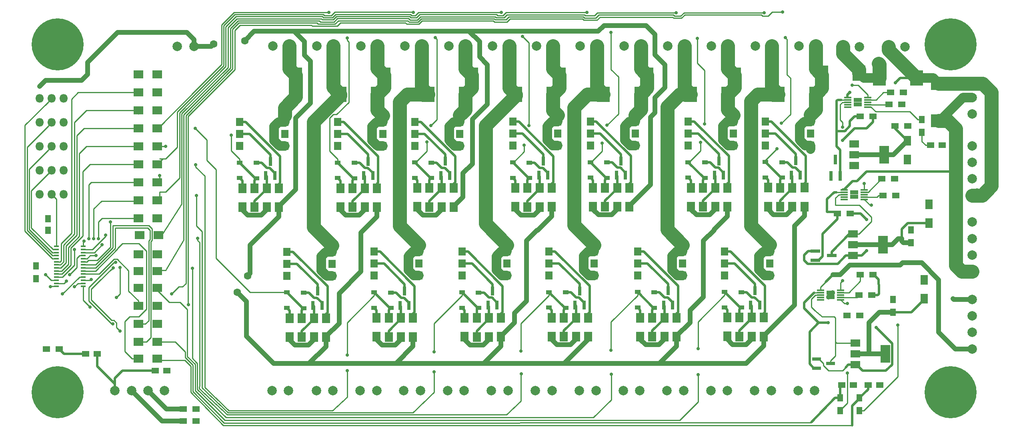
<source format=gbr>
G04 #@! TF.FileFunction,Copper,L1,Top,Signal*
%FSLAX46Y46*%
G04 Gerber Fmt 4.6, Leading zero omitted, Abs format (unit mm)*
G04 Created by KiCad (PCBNEW 4.0.4-stable) date 07/12/17 00:00:21*
%MOMM*%
%LPD*%
G01*
G04 APERTURE LIST*
%ADD10C,0.100000*%
%ADD11R,1.500000X1.250000*%
%ADD12R,1.500000X1.300000*%
%ADD13R,2.000000X3.800000*%
%ADD14R,2.000000X1.500000*%
%ADD15R,1.600000X2.000000*%
%ADD16R,1.100000X0.400000*%
%ADD17O,1.800000X1.800000*%
%ADD18C,2.000000*%
%ADD19R,1.700000X2.000000*%
%ADD20R,0.800000X1.900000*%
%ADD21R,1.220000X0.910000*%
%ADD22R,1.520000X1.780000*%
%ADD23R,2.700000X3.200000*%
%ADD24C,11.000000*%
%ADD25C,0.700000*%
%ADD26R,2.000000X1.700000*%
%ADD27R,1.300000X1.500000*%
%ADD28R,3.200000X2.700000*%
%ADD29R,2.000000X0.650000*%
%ADD30R,0.650000X2.000000*%
%ADD31R,1.900000X0.800000*%
%ADD32R,1.250000X1.500000*%
%ADD33R,1.500000X0.305000*%
%ADD34R,0.840000X0.940000*%
%ADD35C,1.600000*%
%ADD36C,0.250000*%
%ADD37C,0.500000*%
%ADD38C,1.000000*%
%ADD39C,3.000000*%
%ADD40C,2.000000*%
G04 APERTURE END LIST*
D10*
D11*
X30714000Y-76708000D03*
X28214000Y-76708000D03*
D12*
X186262000Y-20320000D03*
X183562000Y-20320000D03*
X180166000Y-22860000D03*
X177466000Y-22860000D03*
D13*
X182474000Y-30988000D03*
D14*
X176174000Y-30988000D03*
X176174000Y-33288000D03*
X176174000Y-28688000D03*
D12*
X184832000Y-24892000D03*
X187532000Y-24892000D03*
D15*
X187452000Y-27972000D03*
X187452000Y-31972000D03*
D12*
X175340000Y-43434000D03*
X172640000Y-43434000D03*
D16*
X7310000Y-50385000D03*
X7310000Y-51035000D03*
X7310000Y-51685000D03*
X7310000Y-52335000D03*
X7310000Y-52985000D03*
X7310000Y-53635000D03*
X7310000Y-54285000D03*
X7310000Y-54935000D03*
X7310000Y-55585000D03*
X7310000Y-56235000D03*
X7310000Y-56885000D03*
X7310000Y-57535000D03*
X7310000Y-58185000D03*
X7310000Y-58835000D03*
X13010000Y-58835000D03*
X13010000Y-58185000D03*
X13010000Y-57535000D03*
X13010000Y-56885000D03*
X13010000Y-56235000D03*
X13010000Y-55585000D03*
X13010000Y-54935000D03*
X13010000Y-54285000D03*
X13010000Y-53635000D03*
X13010000Y-52985000D03*
X13010000Y-52335000D03*
X13010000Y-51685000D03*
X13010000Y-51035000D03*
X13010000Y-50385000D03*
D17*
X3810000Y-34290000D03*
X6350000Y-34290000D03*
X8890000Y-34290000D03*
D18*
X164325000Y-80900000D03*
X167825000Y-80900000D03*
D19*
X157920000Y-37930000D03*
X157920000Y-41930000D03*
D20*
X162875000Y-35250000D03*
X164775000Y-35250000D03*
X163825000Y-32250000D03*
D21*
X160890000Y-35825000D03*
X160890000Y-32555000D03*
D19*
X160475000Y-41950000D03*
X160475000Y-37950000D03*
X163075000Y-37950000D03*
X163075000Y-41950000D03*
D21*
X157370000Y-35775000D03*
X157370000Y-32505000D03*
D19*
X165630000Y-41940000D03*
X165630000Y-37940000D03*
D22*
X166900000Y-26440000D03*
X157370000Y-26440000D03*
X166900000Y-23900000D03*
X166900000Y-28980000D03*
X157370000Y-28980000D03*
X157370000Y-23900000D03*
D19*
X141620000Y-37960000D03*
X141620000Y-41960000D03*
D21*
X141070000Y-35805000D03*
X141070000Y-32535000D03*
D22*
X150600000Y-26470000D03*
X141070000Y-26470000D03*
X150600000Y-23930000D03*
X150600000Y-29010000D03*
X141070000Y-29010000D03*
X141070000Y-23930000D03*
D20*
X146575000Y-35280000D03*
X148475000Y-35280000D03*
X147525000Y-32280000D03*
D21*
X144590000Y-35855000D03*
X144590000Y-32585000D03*
D22*
X129860000Y-26480000D03*
X120330000Y-26480000D03*
X129860000Y-23940000D03*
X129860000Y-29020000D03*
X120330000Y-29020000D03*
X120330000Y-23940000D03*
D20*
X125835000Y-35290000D03*
X127735000Y-35290000D03*
X126785000Y-32290000D03*
D21*
X123850000Y-35865000D03*
X123850000Y-32595000D03*
X120330000Y-35815000D03*
X120330000Y-32545000D03*
D19*
X123435000Y-41990000D03*
X123435000Y-37990000D03*
X126035000Y-37990000D03*
X126035000Y-41990000D03*
X120880000Y-37970000D03*
X120880000Y-41970000D03*
X146775000Y-37980000D03*
X146775000Y-41980000D03*
X144175000Y-41980000D03*
X144175000Y-37980000D03*
X128590000Y-41980000D03*
X128590000Y-37980000D03*
X149330000Y-41970000D03*
X149330000Y-37970000D03*
D20*
X154255000Y-62760000D03*
X156155000Y-62760000D03*
X155205000Y-59760000D03*
D22*
X158280000Y-53950000D03*
X148750000Y-53950000D03*
X158280000Y-51410000D03*
X158280000Y-56490000D03*
X148750000Y-56490000D03*
X148750000Y-51410000D03*
D21*
X152270000Y-63335000D03*
X152270000Y-60065000D03*
X148750000Y-63285000D03*
X148750000Y-60015000D03*
D19*
X130880000Y-65470000D03*
X130880000Y-69470000D03*
X133435000Y-69490000D03*
X133435000Y-65490000D03*
X136035000Y-65490000D03*
X136035000Y-69490000D03*
X138590000Y-69480000D03*
X138590000Y-65480000D03*
D22*
X139860000Y-53980000D03*
X130330000Y-53980000D03*
X139860000Y-51440000D03*
X139860000Y-56520000D03*
X130330000Y-56520000D03*
X130330000Y-51440000D03*
D20*
X135835000Y-62790000D03*
X137735000Y-62790000D03*
X136785000Y-59790000D03*
D21*
X133850000Y-63365000D03*
X133850000Y-60095000D03*
X130330000Y-63315000D03*
X130330000Y-60045000D03*
D19*
X154455000Y-65460000D03*
X154455000Y-69460000D03*
X151855000Y-69460000D03*
X151855000Y-65460000D03*
X149300000Y-65440000D03*
X149300000Y-69440000D03*
X157010000Y-69450000D03*
X157010000Y-65450000D03*
D21*
X103920000Y-35845000D03*
X103920000Y-32575000D03*
D19*
X104470000Y-38000000D03*
X104470000Y-42000000D03*
D20*
X109425000Y-35320000D03*
X111325000Y-35320000D03*
X110375000Y-32320000D03*
D22*
X113450000Y-26510000D03*
X103920000Y-26510000D03*
X113450000Y-23970000D03*
X113450000Y-29050000D03*
X103920000Y-29050000D03*
X103920000Y-23970000D03*
D21*
X107440000Y-35895000D03*
X107440000Y-32625000D03*
X83180000Y-35855000D03*
X83180000Y-32585000D03*
D20*
X88685000Y-35330000D03*
X90585000Y-35330000D03*
X89635000Y-32330000D03*
D21*
X86700000Y-35905000D03*
X86700000Y-32635000D03*
D22*
X92710000Y-26520000D03*
X83180000Y-26520000D03*
X92710000Y-23980000D03*
X92710000Y-29060000D03*
X83180000Y-29060000D03*
X83180000Y-23980000D03*
D21*
X111600000Y-63325000D03*
X111600000Y-60055000D03*
D19*
X119860000Y-69490000D03*
X119860000Y-65490000D03*
D22*
X121130000Y-53990000D03*
X111600000Y-53990000D03*
X121130000Y-51450000D03*
X121130000Y-56530000D03*
X111600000Y-56530000D03*
X111600000Y-51450000D03*
D20*
X117105000Y-62800000D03*
X119005000Y-62800000D03*
X118055000Y-59800000D03*
D21*
X115120000Y-63375000D03*
X115120000Y-60105000D03*
D19*
X112150000Y-65480000D03*
X112150000Y-69480000D03*
X114705000Y-69500000D03*
X114705000Y-65500000D03*
X117305000Y-65500000D03*
X117305000Y-69500000D03*
X101440000Y-69520000D03*
X101440000Y-65520000D03*
X98885000Y-65530000D03*
X98885000Y-69530000D03*
X93730000Y-65510000D03*
X93730000Y-69510000D03*
X96285000Y-69530000D03*
X96285000Y-65530000D03*
D21*
X93180000Y-63355000D03*
X93180000Y-60085000D03*
D20*
X98685000Y-62830000D03*
X100585000Y-62830000D03*
X99635000Y-59830000D03*
D22*
X102710000Y-54020000D03*
X93180000Y-54020000D03*
X102710000Y-51480000D03*
X102710000Y-56560000D03*
X93180000Y-56560000D03*
X93180000Y-51480000D03*
D21*
X96700000Y-63405000D03*
X96700000Y-60135000D03*
D19*
X112180000Y-42010000D03*
X112180000Y-38010000D03*
X109625000Y-38020000D03*
X109625000Y-42020000D03*
X107025000Y-42020000D03*
X107025000Y-38020000D03*
X83730000Y-38010000D03*
X83730000Y-42010000D03*
X91440000Y-42020000D03*
X91440000Y-38020000D03*
X86285000Y-42030000D03*
X86285000Y-38030000D03*
X88885000Y-38030000D03*
X88885000Y-42030000D03*
D21*
X74560000Y-63365000D03*
X74560000Y-60095000D03*
D22*
X84090000Y-54030000D03*
X74560000Y-54030000D03*
X84090000Y-51490000D03*
X84090000Y-56570000D03*
X74560000Y-56570000D03*
X74560000Y-51490000D03*
D20*
X80065000Y-62840000D03*
X81965000Y-62840000D03*
X81015000Y-59840000D03*
D21*
X78080000Y-63415000D03*
X78080000Y-60145000D03*
D19*
X75110000Y-65520000D03*
X75110000Y-69520000D03*
X77665000Y-69540000D03*
X77665000Y-65540000D03*
X80265000Y-65540000D03*
X80265000Y-69540000D03*
X82820000Y-69530000D03*
X82820000Y-65530000D03*
X72585000Y-38060000D03*
X72585000Y-42060000D03*
X67430000Y-38040000D03*
X67430000Y-42040000D03*
X69985000Y-42060000D03*
X69985000Y-38060000D03*
X75140000Y-42050000D03*
X75140000Y-38050000D03*
D22*
X76410000Y-26550000D03*
X66880000Y-26550000D03*
X76410000Y-24010000D03*
X76410000Y-29090000D03*
X66880000Y-29090000D03*
X66880000Y-24010000D03*
D20*
X72385000Y-35360000D03*
X74285000Y-35360000D03*
X73335000Y-32360000D03*
D21*
X70400000Y-35935000D03*
X70400000Y-32665000D03*
X66880000Y-35885000D03*
X66880000Y-32615000D03*
D19*
X61845000Y-65570000D03*
X61845000Y-69570000D03*
X56690000Y-65550000D03*
X56690000Y-69550000D03*
X59245000Y-69570000D03*
X59245000Y-65570000D03*
X64400000Y-69560000D03*
X64400000Y-65560000D03*
D22*
X65670000Y-54060000D03*
X56140000Y-54060000D03*
X65670000Y-51520000D03*
X65670000Y-56600000D03*
X56140000Y-56600000D03*
X56140000Y-51520000D03*
D20*
X61645000Y-62870000D03*
X63545000Y-62870000D03*
X62595000Y-59870000D03*
D21*
X59660000Y-63445000D03*
X59660000Y-60175000D03*
X56140000Y-63395000D03*
X56140000Y-60125000D03*
X49660000Y-35945000D03*
X49660000Y-32675000D03*
D18*
X56625000Y-7975000D03*
X53125000Y-7975000D03*
X65925000Y-7975000D03*
X62425000Y-7975000D03*
X75275000Y-7975000D03*
X71775000Y-7975000D03*
X84600000Y-7975000D03*
X81100000Y-7975000D03*
X93875000Y-7975000D03*
X90375000Y-7975000D03*
X103150000Y-7975000D03*
X99650000Y-7975000D03*
X112425000Y-7975000D03*
X108925000Y-7975000D03*
X121700000Y-7975000D03*
X118200000Y-7975000D03*
X131000000Y-7975000D03*
X127500000Y-7975000D03*
X140225000Y-7975000D03*
X136725000Y-7975000D03*
X149450000Y-7975000D03*
X145950000Y-7975000D03*
X158725000Y-7975000D03*
X155225000Y-7975000D03*
X168000000Y-7975000D03*
X164500000Y-7975000D03*
X52950000Y-80900000D03*
X56450000Y-80900000D03*
X62350000Y-80900000D03*
X65850000Y-80900000D03*
X71625000Y-80900000D03*
X75125000Y-80900000D03*
X80850000Y-80900000D03*
X84350000Y-80900000D03*
X90125000Y-80900000D03*
X93625000Y-80900000D03*
X99400000Y-80900000D03*
X102900000Y-80900000D03*
X108700000Y-80900000D03*
X112200000Y-80900000D03*
X118025000Y-80900000D03*
X121525000Y-80900000D03*
X127325000Y-80900000D03*
X130825000Y-80900000D03*
X136575000Y-80900000D03*
X140075000Y-80900000D03*
X145850000Y-80900000D03*
X149350000Y-80900000D03*
X155100000Y-80900000D03*
X158600000Y-80900000D03*
X36425000Y-8000000D03*
X32925000Y-8000000D03*
D23*
X58000000Y-14100000D03*
X65900000Y-14100000D03*
X67375000Y-18150000D03*
X75275000Y-18150000D03*
X76700000Y-14125000D03*
X84600000Y-14125000D03*
X85975000Y-18175000D03*
X93875000Y-18175000D03*
X95250000Y-14150000D03*
X103150000Y-14150000D03*
X104525000Y-18175000D03*
X112425000Y-18175000D03*
X113800000Y-14150000D03*
X121700000Y-14150000D03*
X123100000Y-18150000D03*
X131000000Y-18150000D03*
X132325000Y-14125000D03*
X140225000Y-14125000D03*
X141550000Y-18150000D03*
X149450000Y-18150000D03*
X150825000Y-14150000D03*
X158725000Y-14150000D03*
X160100000Y-18150000D03*
X168000000Y-18150000D03*
D20*
X51645000Y-35370000D03*
X53545000Y-35370000D03*
X52595000Y-32370000D03*
D19*
X49245000Y-42070000D03*
X49245000Y-38070000D03*
X51845000Y-38070000D03*
X51845000Y-42070000D03*
X54400000Y-42060000D03*
X54400000Y-38060000D03*
D22*
X55670000Y-26560000D03*
X46140000Y-26560000D03*
X55670000Y-24020000D03*
X55670000Y-29100000D03*
X46140000Y-29100000D03*
X46140000Y-24020000D03*
D24*
X7620000Y-7620000D03*
D25*
X11745000Y-7620000D03*
X10546815Y-10546815D03*
X7620000Y-11745000D03*
X4693185Y-10546815D03*
X3495000Y-7620000D03*
X4693185Y-4693185D03*
X7620000Y-3495000D03*
X10546815Y-4693185D03*
D24*
X196560000Y-81280000D03*
D25*
X200721000Y-81280000D03*
X199522815Y-84206815D03*
X196596000Y-85405000D03*
X193669185Y-84206815D03*
X192471000Y-81280000D03*
X193669185Y-78353185D03*
X196596000Y-77155000D03*
X199522815Y-78353185D03*
D24*
X7620000Y-81280000D03*
D25*
X11745000Y-81280000D03*
X10546815Y-84206815D03*
X7620000Y-85405000D03*
X4693185Y-84206815D03*
X3495000Y-81280000D03*
X4693185Y-78353185D03*
X7620000Y-77155000D03*
X10546815Y-78353185D03*
D24*
X196596000Y-7620000D03*
D25*
X200721000Y-7620000D03*
X199522815Y-10546815D03*
X196596000Y-11745000D03*
X193669185Y-10546815D03*
X192471000Y-7620000D03*
X193669185Y-4693185D03*
X196596000Y-3495000D03*
X199522815Y-4693185D03*
D21*
X46140000Y-35895000D03*
X46140000Y-32625000D03*
D19*
X46690000Y-38050000D03*
X46690000Y-42050000D03*
D26*
X24670000Y-17780000D03*
X28670000Y-17780000D03*
X24670000Y-21590000D03*
X28670000Y-21590000D03*
X24670000Y-25400000D03*
X28670000Y-25400000D03*
X24670000Y-29210000D03*
X28670000Y-29210000D03*
X24670000Y-33020000D03*
X28670000Y-33020000D03*
X24670000Y-36830000D03*
X28670000Y-36830000D03*
X24670000Y-40640000D03*
X28670000Y-40640000D03*
X24670000Y-44450000D03*
X28670000Y-44450000D03*
X28924000Y-48006000D03*
X24924000Y-48006000D03*
X28670000Y-52070000D03*
X24670000Y-52070000D03*
X28670000Y-55626000D03*
X24670000Y-55626000D03*
X28670000Y-59182000D03*
X24670000Y-59182000D03*
X28670000Y-62992000D03*
X24670000Y-62992000D03*
X28670000Y-74168000D03*
X24670000Y-74168000D03*
X28670000Y-66802000D03*
X24670000Y-66802000D03*
X28670000Y-70612000D03*
X24670000Y-70612000D03*
D17*
X3810000Y-19050000D03*
X6350000Y-19050000D03*
X8890000Y-19050000D03*
X3810000Y-24130000D03*
X6350000Y-24130000D03*
X8890000Y-24130000D03*
X3810000Y-29210000D03*
X6350000Y-29210000D03*
X8890000Y-29210000D03*
X3810000Y-39370000D03*
X6350000Y-39370000D03*
X8890000Y-39370000D03*
D26*
X28670000Y-13970000D03*
X24670000Y-13970000D03*
D18*
X19722000Y-80900000D03*
X23222000Y-80900000D03*
X26722000Y-80900000D03*
X30222000Y-80900000D03*
D15*
X192024000Y-45434000D03*
X192024000Y-41434000D03*
X191008000Y-61436000D03*
X191008000Y-57436000D03*
D13*
X182220000Y-50038000D03*
D14*
X175920000Y-50038000D03*
X175920000Y-52338000D03*
X175920000Y-47738000D03*
D13*
X182728000Y-73152000D03*
D14*
X176428000Y-73152000D03*
X176428000Y-75452000D03*
X176428000Y-70852000D03*
D27*
X188214000Y-49610000D03*
X188214000Y-46910000D03*
X184404000Y-64342000D03*
X184404000Y-61642000D03*
D12*
X177372000Y-65024000D03*
X174672000Y-65024000D03*
X184992000Y-39624000D03*
X182292000Y-39624000D03*
X179912000Y-60706000D03*
X177212000Y-60706000D03*
D28*
X194056000Y-15862000D03*
X194056000Y-23762000D03*
D23*
X181470000Y-14732000D03*
X189370000Y-14732000D03*
X169278000Y-13716000D03*
X177178000Y-13716000D03*
D18*
X201168000Y-22352000D03*
X201168000Y-18852000D03*
X186944000Y-8128000D03*
X183444000Y-8128000D03*
X177292000Y-8128000D03*
X173792000Y-8128000D03*
D29*
X167962000Y-51374000D03*
X167962000Y-53274000D03*
X171382000Y-52324000D03*
D30*
X171262000Y-35424000D03*
X173162000Y-35424000D03*
X172212000Y-32004000D03*
D18*
X201168000Y-55712000D03*
X201168000Y-52212000D03*
X201168000Y-48712000D03*
X201168000Y-45212000D03*
X201168000Y-39568000D03*
X201168000Y-36068000D03*
X201168000Y-32568000D03*
X201168000Y-29068000D03*
X201168000Y-72080000D03*
X201168000Y-68580000D03*
X201168000Y-65080000D03*
X201168000Y-61580000D03*
D27*
X177292000Y-85170000D03*
X177292000Y-82470000D03*
X190500000Y-23542000D03*
X190500000Y-26242000D03*
X173228000Y-85170000D03*
X173228000Y-82470000D03*
D31*
X168196000Y-74234000D03*
X168196000Y-76134000D03*
X171196000Y-75184000D03*
D11*
X179090000Y-79756000D03*
X181590000Y-79756000D03*
X192298000Y-28956000D03*
X194798000Y-28956000D03*
X173502000Y-79756000D03*
X176002000Y-79756000D03*
D12*
X5254000Y-72136000D03*
X7954000Y-72136000D03*
D11*
X13482000Y-73152000D03*
X15982000Y-73152000D03*
D12*
X184738000Y-36068000D03*
X182038000Y-36068000D03*
X186596000Y-17780000D03*
X183896000Y-17780000D03*
X180166000Y-56388000D03*
X177466000Y-56388000D03*
D32*
X5588000Y-44470000D03*
X5588000Y-46970000D03*
D12*
X36910000Y-87376000D03*
X34210000Y-87376000D03*
X34210000Y-84836000D03*
X36910000Y-84836000D03*
D27*
X3048000Y-57230000D03*
X3048000Y-54530000D03*
D33*
X169091000Y-59668000D03*
D34*
X171616000Y-61138000D03*
X171616000Y-60198000D03*
X170776000Y-61138000D03*
X170776000Y-60198000D03*
D33*
X169091000Y-60168000D03*
X169091000Y-60668000D03*
X169091000Y-61168000D03*
X169091000Y-61668000D03*
X173291000Y-61668000D03*
X173291000Y-61168000D03*
X173291000Y-60668000D03*
X173291000Y-60168000D03*
X173291000Y-59668000D03*
X174083000Y-38408000D03*
D34*
X176608000Y-39878000D03*
X176608000Y-38938000D03*
X175768000Y-39878000D03*
X175768000Y-38938000D03*
D33*
X174083000Y-38908000D03*
X174083000Y-39408000D03*
X174083000Y-39908000D03*
X174083000Y-40408000D03*
X178283000Y-40408000D03*
X178283000Y-39908000D03*
X178283000Y-39408000D03*
X178283000Y-38908000D03*
X178283000Y-38408000D03*
X174845000Y-18850000D03*
D34*
X177370000Y-20320000D03*
X177370000Y-19380000D03*
X176530000Y-20320000D03*
X176530000Y-19380000D03*
D33*
X174845000Y-19350000D03*
X174845000Y-19850000D03*
X174845000Y-20350000D03*
X174845000Y-20850000D03*
X179045000Y-20850000D03*
X179045000Y-20350000D03*
X179045000Y-19850000D03*
X179045000Y-19350000D03*
X179045000Y-18850000D03*
D25*
X36700000Y-25370000D03*
X29200000Y-21350000D03*
X5588000Y-46970000D03*
X3048000Y-57230000D03*
X15748000Y-52324000D03*
X30714000Y-76708000D03*
X6096000Y-58928000D03*
X175768000Y-39878000D03*
X176530000Y-19380000D03*
X170776000Y-61138000D03*
X184738000Y-36068000D03*
X186262000Y-20320000D03*
X186596000Y-17780000D03*
X5254000Y-72136000D03*
X181590000Y-79756000D03*
X176002000Y-79756000D03*
X194798000Y-28956000D03*
X175768000Y-16256000D03*
X187452000Y-31972000D03*
X28670000Y-13970000D03*
X178308000Y-37084000D03*
X191008000Y-57436000D03*
X180562000Y-56642000D03*
X173736000Y-57658000D03*
X192024000Y-41434000D03*
X184992000Y-39624000D03*
X160890000Y-32555000D03*
X144590000Y-32585000D03*
X141620000Y-41960000D03*
X157920000Y-41930000D03*
X120880000Y-41970000D03*
X123850000Y-32595000D03*
X130880000Y-69470000D03*
X152270000Y-60065000D03*
X133850000Y-60095000D03*
X149300000Y-69440000D03*
X112150000Y-69480000D03*
X107440000Y-32625000D03*
X115120000Y-60105000D03*
X96700000Y-60135000D03*
X104470000Y-42000000D03*
X86700000Y-32635000D03*
X93730000Y-69510000D03*
X83730000Y-42010000D03*
X75110000Y-69520000D03*
X78080000Y-60145000D03*
X67430000Y-42040000D03*
X70400000Y-32665000D03*
X56690000Y-69550000D03*
X59660000Y-60175000D03*
X49660000Y-32675000D03*
X46690000Y-42050000D03*
X68890000Y-6270000D03*
X65020000Y-790000D03*
X30480000Y-29210000D03*
X36830000Y-33090000D03*
X68870000Y-76650000D03*
X68870000Y-73340000D03*
X85720000Y-28260000D03*
X86630000Y-24750000D03*
X87500000Y-6170000D03*
X82870000Y-830000D03*
X29175000Y-35350000D03*
X36980000Y-39630000D03*
X87260000Y-76970000D03*
X87260000Y-72690000D03*
X106340000Y-28900000D03*
X107330000Y-24800000D03*
X106000000Y-5940000D03*
X101460000Y-810000D03*
X105650000Y-72500000D03*
X105690000Y-77390000D03*
X37230000Y-48620000D03*
X29210000Y-44450000D03*
X122810000Y-28500000D03*
X123860000Y-24700000D03*
X124680000Y-5090000D03*
X119620000Y-860000D03*
X124690000Y-72360000D03*
X124740000Y-77430000D03*
X36110000Y-55020000D03*
X29210000Y-52070000D03*
X143680000Y-28360000D03*
X144500000Y-24410000D03*
X143000000Y-6360000D03*
X138450000Y-910000D03*
X143130000Y-72000000D03*
X143130000Y-77540000D03*
X28702000Y-63500000D03*
X31750000Y-60452000D03*
X157080000Y-880000D03*
X161570000Y-6190000D03*
X160760000Y-24310000D03*
X159810000Y-29690000D03*
X5588000Y-44470000D03*
X13208000Y-49276000D03*
X36910000Y-87376000D03*
X36910000Y-84836000D03*
X3810000Y-16510000D03*
X47625000Y-69469000D03*
D35*
X47180000Y-6820000D03*
X40610000Y-7530000D03*
X45590000Y-60060000D03*
X47800000Y-56650000D03*
D25*
X19304000Y-66802000D03*
X19851347Y-53748249D03*
X17780000Y-48006000D03*
X17780000Y-48006000D03*
X20828000Y-68326000D03*
X19338003Y-54898003D03*
X17018000Y-50038000D03*
X190500000Y-26242000D03*
X35306000Y-62738000D03*
X28702000Y-67056000D03*
X161036000Y-762000D03*
X28670000Y-17780000D03*
X44300000Y-26800000D03*
X14224000Y-48768000D03*
X11176000Y-51054000D03*
X5080000Y-56388000D03*
X15240000Y-48768000D03*
X16256000Y-48768000D03*
X9431503Y-57691503D03*
X24924000Y-48006000D03*
X20828000Y-54864000D03*
X20066000Y-61214000D03*
X14478000Y-63246000D03*
X24670000Y-52070000D03*
X11176000Y-58928000D03*
X14732000Y-57404000D03*
X24670000Y-55626000D03*
X24670000Y-59182000D03*
X8636000Y-60452000D03*
X24670000Y-13970000D03*
X18796000Y-45212000D03*
X170688000Y-66548000D03*
X174672000Y-65024000D03*
X175260000Y-17780000D03*
X184912000Y-15748000D03*
X181470000Y-11798000D03*
X181470000Y-11798000D03*
X181470000Y-11798000D03*
X177372000Y-65024000D03*
X180848000Y-67564000D03*
X188214000Y-46910000D03*
X187532000Y-24892000D03*
X184404000Y-61642000D03*
X197104000Y-61468000D03*
X178816000Y-51308000D03*
X178816000Y-44704000D03*
X176174000Y-33288000D03*
X171262000Y-35424000D03*
X173736000Y-27940000D03*
X179832000Y-41656000D03*
X185420000Y-67056000D03*
X174752000Y-62484000D03*
X174752000Y-77216000D03*
X173736000Y-25146000D03*
X176174000Y-28688000D03*
X172212000Y-32004000D03*
X3048000Y-54530000D03*
X10160000Y-56388000D03*
D36*
X41090000Y-52900000D02*
X48315000Y-60125000D01*
X48315000Y-60125000D02*
X56140000Y-60125000D01*
X41090000Y-34070000D02*
X41090000Y-52900000D01*
X39170010Y-32150010D02*
X41090000Y-34070000D01*
X39170010Y-27840010D02*
X39170010Y-32150010D01*
X36700000Y-25370000D02*
X39170010Y-27840010D01*
D37*
X59660000Y-63445000D02*
X59460000Y-63445000D01*
X59245000Y-65570000D02*
X59245000Y-63860000D01*
X59245000Y-63860000D02*
X59660000Y-63445000D01*
X59460000Y-63445000D02*
X56140000Y-60125000D01*
D36*
X13010000Y-52985000D02*
X13823590Y-52985000D01*
X13823590Y-52985000D02*
X14484590Y-52324000D01*
X14484590Y-52324000D02*
X15748000Y-52324000D01*
X7310000Y-58835000D02*
X6189000Y-58835000D01*
X6189000Y-58835000D02*
X6096000Y-58928000D01*
X175768000Y-38938000D02*
X176608000Y-38938000D01*
X175768000Y-39878000D02*
X176608000Y-39878000D01*
D38*
X171616000Y-60198000D02*
X171616000Y-60298000D01*
X171616000Y-60298000D02*
X170776000Y-61138000D01*
D36*
X186912000Y-18288000D02*
X186912000Y-18096000D01*
X186912000Y-18096000D02*
X186596000Y-17780000D01*
X179070000Y-18288000D02*
X178054000Y-17272000D01*
X179055000Y-18447500D02*
X179070000Y-18432500D01*
X179070000Y-18432500D02*
X179070000Y-18288000D01*
X179055000Y-18850000D02*
X179055000Y-18447500D01*
X177038000Y-16256000D02*
X175768000Y-16256000D01*
X178054000Y-17272000D02*
X177038000Y-16256000D01*
X178293000Y-38408000D02*
X178293000Y-37099000D01*
X178293000Y-37099000D02*
X178308000Y-37084000D01*
D37*
X181356000Y-57404000D02*
X181324000Y-57404000D01*
X181324000Y-57404000D02*
X180562000Y-56642000D01*
X181356000Y-58420000D02*
X181356000Y-57404000D01*
X181416000Y-58480000D02*
X181356000Y-58420000D01*
X181416000Y-60452000D02*
X181416000Y-58480000D01*
X179912000Y-60706000D02*
X181162000Y-60706000D01*
X181162000Y-60706000D02*
X181416000Y-60452000D01*
D36*
X173301000Y-59668000D02*
X173301000Y-58093000D01*
X173301000Y-58093000D02*
X173736000Y-57658000D01*
D37*
X155105001Y-61160001D02*
X154475001Y-61160001D01*
X156155000Y-62210000D02*
X155105001Y-61160001D01*
D38*
X154455000Y-69460000D02*
X154455000Y-69970002D01*
D37*
X154475001Y-61160001D02*
X153380000Y-60065000D01*
X153380000Y-60065000D02*
X152270000Y-60065000D01*
X156155000Y-62760000D02*
X156155000Y-62210000D01*
D38*
X161885001Y-43650001D02*
X159064999Y-43650001D01*
X157920000Y-42505002D02*
X157920000Y-41930000D01*
X159064999Y-43650001D02*
X157920000Y-42505002D01*
X163075000Y-41950000D02*
X163075000Y-42460002D01*
X163075000Y-42460002D02*
X161885001Y-43650001D01*
D37*
X164775000Y-35250000D02*
X164775000Y-34700000D01*
X164775000Y-34700000D02*
X163725001Y-33650001D01*
X163725001Y-33650001D02*
X163095001Y-33650001D01*
X148475000Y-35280000D02*
X148475000Y-34730000D01*
X145700000Y-32585000D02*
X144590000Y-32585000D01*
X127735000Y-35290000D02*
X127735000Y-34740000D01*
X126685001Y-33690001D02*
X126055001Y-33690001D01*
X124960000Y-32595000D02*
X123850000Y-32595000D01*
X126055001Y-33690001D02*
X124960000Y-32595000D01*
X127735000Y-34740000D02*
X126685001Y-33690001D01*
D38*
X120880000Y-42545002D02*
X120880000Y-41970000D01*
X126035000Y-42500002D02*
X124845001Y-43690001D01*
X122024999Y-43690001D02*
X120880000Y-42545002D01*
X124845001Y-43690001D02*
X122024999Y-43690001D01*
X126035000Y-41990000D02*
X126035000Y-42500002D01*
D37*
X148475000Y-34730000D02*
X147425001Y-33680001D01*
X147425001Y-33680001D02*
X146795001Y-33680001D01*
X146795001Y-33680001D02*
X145700000Y-32585000D01*
D38*
X146775000Y-42490002D02*
X145585001Y-43680001D01*
X142764999Y-43680001D02*
X141620000Y-42535002D01*
X145585001Y-43680001D02*
X142764999Y-43680001D01*
X141620000Y-42535002D02*
X141620000Y-41960000D01*
X146775000Y-41980000D02*
X146775000Y-42490002D01*
D37*
X162000000Y-32555000D02*
X160890000Y-32555000D01*
X163095001Y-33650001D02*
X162000000Y-32555000D01*
X134960000Y-60095000D02*
X133850000Y-60095000D01*
X136055001Y-61190001D02*
X134960000Y-60095000D01*
X136685001Y-61190001D02*
X136055001Y-61190001D01*
X137735000Y-62790000D02*
X137735000Y-62240000D01*
X137735000Y-62240000D02*
X136685001Y-61190001D01*
D38*
X136035000Y-70000002D02*
X134845001Y-71190001D01*
X130880000Y-70045002D02*
X130880000Y-69470000D01*
X132024999Y-71190001D02*
X130880000Y-70045002D01*
X134845001Y-71190001D02*
X132024999Y-71190001D01*
X149300000Y-70015002D02*
X149300000Y-69440000D01*
X153265001Y-71160001D02*
X150444999Y-71160001D01*
X150444999Y-71160001D02*
X149300000Y-70015002D01*
X154455000Y-69970002D02*
X153265001Y-71160001D01*
X136035000Y-69490000D02*
X136035000Y-70000002D01*
D37*
X109645001Y-33720001D02*
X108550000Y-32625000D01*
X110275001Y-33720001D02*
X109645001Y-33720001D01*
X111325000Y-34770000D02*
X110275001Y-33720001D01*
X108550000Y-32625000D02*
X107440000Y-32625000D01*
D38*
X104470000Y-42575002D02*
X104470000Y-42000000D01*
X105614999Y-43720001D02*
X104470000Y-42575002D01*
X109625000Y-42530002D02*
X108435001Y-43720001D01*
X108435001Y-43720001D02*
X105614999Y-43720001D01*
D37*
X111325000Y-35320000D02*
X111325000Y-34770000D01*
D38*
X109625000Y-42020000D02*
X109625000Y-42530002D01*
X98885000Y-69530000D02*
X98885000Y-70040002D01*
X98885000Y-70040002D02*
X97695001Y-71230001D01*
X94874999Y-71230001D02*
X93730000Y-70085002D01*
X93730000Y-70085002D02*
X93730000Y-69510000D01*
X97695001Y-71230001D02*
X94874999Y-71230001D01*
D37*
X97810000Y-60135000D02*
X96700000Y-60135000D01*
X98905001Y-61230001D02*
X97810000Y-60135000D01*
X100585000Y-62280000D02*
X99535001Y-61230001D01*
X99535001Y-61230001D02*
X98905001Y-61230001D01*
X100585000Y-62830000D02*
X100585000Y-62280000D01*
X119005000Y-62800000D02*
X119005000Y-62250000D01*
X119005000Y-62250000D02*
X117955001Y-61200001D01*
X117955001Y-61200001D02*
X117325001Y-61200001D01*
X117325001Y-61200001D02*
X116230000Y-60105000D01*
X116230000Y-60105000D02*
X115120000Y-60105000D01*
D38*
X116115001Y-71200001D02*
X113294999Y-71200001D01*
X117305000Y-69500000D02*
X117305000Y-70010002D01*
X113294999Y-71200001D02*
X112150000Y-70055002D01*
X112150000Y-70055002D02*
X112150000Y-69480000D01*
X117305000Y-70010002D02*
X116115001Y-71200001D01*
D37*
X90585000Y-35330000D02*
X90585000Y-34780000D01*
X90585000Y-34780000D02*
X89535001Y-33730001D01*
X89535001Y-33730001D02*
X88905001Y-33730001D01*
X87810000Y-32635000D02*
X86700000Y-32635000D01*
X88905001Y-33730001D02*
X87810000Y-32635000D01*
D38*
X87695001Y-43730001D02*
X84874999Y-43730001D01*
X83730000Y-42585002D02*
X83730000Y-42010000D01*
X88885000Y-42540002D02*
X87695001Y-43730001D01*
X84874999Y-43730001D02*
X83730000Y-42585002D01*
X88885000Y-42030000D02*
X88885000Y-42540002D01*
D37*
X81965000Y-62840000D02*
X81965000Y-62290000D01*
X80915001Y-61240001D02*
X80285001Y-61240001D01*
X81965000Y-62290000D02*
X80915001Y-61240001D01*
X80285001Y-61240001D02*
X79190000Y-60145000D01*
D38*
X79075001Y-71240001D02*
X76254999Y-71240001D01*
X80265000Y-69540000D02*
X80265000Y-70050002D01*
X76254999Y-71240001D02*
X75110000Y-70095002D01*
X75110000Y-70095002D02*
X75110000Y-69520000D01*
X80265000Y-70050002D02*
X79075001Y-71240001D01*
D37*
X79190000Y-60145000D02*
X78080000Y-60145000D01*
X74285000Y-35360000D02*
X74285000Y-34810000D01*
X72605001Y-33760001D02*
X71510000Y-32665000D01*
X71510000Y-32665000D02*
X70400000Y-32665000D01*
X73235001Y-33760001D02*
X72605001Y-33760001D01*
X74285000Y-34810000D02*
X73235001Y-33760001D01*
D38*
X68574999Y-43760001D02*
X67430000Y-42615002D01*
X72585000Y-42060000D02*
X72585000Y-42570002D01*
X72585000Y-42570002D02*
X71395001Y-43760001D01*
X71395001Y-43760001D02*
X68574999Y-43760001D01*
X67430000Y-42615002D02*
X67430000Y-42040000D01*
D37*
X63545000Y-62870000D02*
X63545000Y-62320000D01*
X61865001Y-61270001D02*
X60770000Y-60175000D01*
X60770000Y-60175000D02*
X59660000Y-60175000D01*
X62495001Y-61270001D02*
X61865001Y-61270001D01*
X63545000Y-62320000D02*
X62495001Y-61270001D01*
D38*
X57834999Y-71270001D02*
X56690000Y-70125002D01*
X61845000Y-69570000D02*
X61845000Y-70080002D01*
X61845000Y-70080002D02*
X60655001Y-71270001D01*
X60655001Y-71270001D02*
X57834999Y-71270001D01*
X56690000Y-70125002D02*
X56690000Y-69550000D01*
D37*
X53545000Y-35370000D02*
X53545000Y-34820000D01*
X53545000Y-34820000D02*
X52495001Y-33770001D01*
X52495001Y-33770001D02*
X51865001Y-33770001D01*
X51865001Y-33770001D02*
X50770000Y-32675000D01*
X50770000Y-32675000D02*
X49660000Y-32675000D01*
D38*
X51845000Y-42070000D02*
X51845000Y-42580002D01*
X51845000Y-42580002D02*
X50655001Y-43770001D01*
X50655001Y-43770001D02*
X47834999Y-43770001D01*
X47834999Y-43770001D02*
X46690000Y-42625002D01*
X46690000Y-42625002D02*
X46690000Y-42050000D01*
D36*
X65180000Y-23175952D02*
X65180000Y-30210000D01*
X65180000Y-30210000D02*
X66880000Y-31910000D01*
X66880000Y-31910000D02*
X66880000Y-32615000D01*
X65915952Y-22440000D02*
X65180000Y-23175952D01*
X68890000Y-6270000D02*
X68890000Y-6764974D01*
X66620002Y-22440000D02*
X65915952Y-22440000D01*
X68890000Y-6764974D02*
X69200010Y-7074984D01*
X69200010Y-7074984D02*
X69200010Y-19859992D01*
X69200010Y-19859992D02*
X66620002Y-22440000D01*
X44940000Y-790000D02*
X65020000Y-790000D01*
X42280000Y-3450000D02*
X44940000Y-790000D01*
X42280000Y-5200000D02*
X42280000Y-3450000D01*
D37*
X70400000Y-35935000D02*
X70200000Y-35935000D01*
X69985000Y-38060000D02*
X69985000Y-36350000D01*
X69985000Y-36350000D02*
X70400000Y-35935000D01*
X70200000Y-35935000D02*
X66880000Y-32615000D01*
D36*
X42280000Y-11860000D02*
X42280000Y-5200000D01*
X36930000Y-17210000D02*
X42280000Y-11860000D01*
X36930000Y-17270000D02*
X36930000Y-17210000D01*
X29200000Y-24850000D02*
X29350000Y-24850000D01*
X29350000Y-24850000D02*
X36930000Y-17270000D01*
X30480000Y-29210000D02*
X28670000Y-29210000D01*
X68870000Y-73340000D02*
X68870000Y-66490000D01*
X36830000Y-33584974D02*
X38720000Y-35474974D01*
X36830000Y-33090000D02*
X36830000Y-33584974D01*
X65780060Y-85125940D02*
X68880000Y-82280000D01*
X43829940Y-85125940D02*
X65780060Y-85125940D01*
X38720000Y-80270000D02*
X43829940Y-85125940D01*
X38720000Y-35474974D02*
X38720000Y-80270000D01*
X68880000Y-76660000D02*
X68870000Y-76650000D01*
X68880000Y-82280000D02*
X68880000Y-76660000D01*
X74560000Y-60800000D02*
X74560000Y-60095000D01*
X68870000Y-66490000D02*
X74560000Y-60800000D01*
X74525000Y-60060000D02*
X74560000Y-60095000D01*
D37*
X77880000Y-63415000D02*
X74560000Y-60095000D01*
X77665000Y-65540000D02*
X77665000Y-63830000D01*
X77665000Y-63830000D02*
X78080000Y-63415000D01*
X78080000Y-63415000D02*
X77880000Y-63415000D01*
D36*
X30450000Y-31850000D02*
X29840000Y-31850000D01*
X29840000Y-31850000D02*
X28670000Y-33020000D01*
X85720000Y-28260000D02*
X85720000Y-30200000D01*
X85720000Y-30200000D02*
X83335000Y-32585000D01*
X83335000Y-32585000D02*
X83180000Y-32585000D01*
X87500000Y-6170000D02*
X87849999Y-6519999D01*
X87849999Y-6519999D02*
X87849999Y-23530001D01*
X87849999Y-23530001D02*
X86630000Y-24750000D01*
X81400000Y-760000D02*
X82800000Y-760000D01*
X82800000Y-760000D02*
X82870000Y-830000D01*
X66250000Y-760000D02*
X81400000Y-760000D01*
X65544999Y-1465001D02*
X66250000Y-760000D01*
X63800000Y-1240010D02*
X64024991Y-1465001D01*
X64024991Y-1465001D02*
X65544999Y-1465001D01*
X45126400Y-1240010D02*
X63800000Y-1240010D01*
X42730010Y-3636400D02*
X45126400Y-1240010D01*
X83050000Y-32715000D02*
X83180000Y-32585000D01*
D37*
X86500000Y-35905000D02*
X83180000Y-32585000D01*
X86285000Y-38030000D02*
X86285000Y-36320000D01*
X86700000Y-35905000D02*
X86500000Y-35905000D01*
X86285000Y-36320000D02*
X86700000Y-35905000D01*
D36*
X42730010Y-12046400D02*
X42730010Y-3636400D01*
X32940000Y-21896410D02*
X42730010Y-12106400D01*
X42730010Y-12106400D02*
X42730010Y-12046400D01*
X32940000Y-29360000D02*
X32940000Y-21896410D01*
X29200000Y-31850000D02*
X30450000Y-31850000D01*
X30450000Y-31850000D02*
X32940000Y-29360000D01*
X29175000Y-36325000D02*
X29175000Y-35350000D01*
X36980000Y-39630000D02*
X36980000Y-46070000D01*
X38120010Y-47210010D02*
X38120010Y-80310010D01*
X36980000Y-46070000D02*
X38120010Y-47210010D01*
X38120010Y-80310010D02*
X43690750Y-85575950D01*
X43690750Y-85575950D02*
X82750850Y-85575950D01*
X82750850Y-85575950D02*
X87270000Y-81260000D01*
X93180000Y-60790000D02*
X93180000Y-60085000D01*
X87270000Y-66700000D02*
X93180000Y-60790000D01*
X87270000Y-76980000D02*
X87260000Y-76970000D01*
X87270000Y-81260000D02*
X87270000Y-76980000D01*
X87270000Y-72185026D02*
X87270000Y-66700000D01*
X87260000Y-72195026D02*
X87270000Y-72185026D01*
X87260000Y-72690000D02*
X87260000Y-72195026D01*
X29175000Y-36325000D02*
X28670000Y-36830000D01*
D37*
X96500000Y-63405000D02*
X93180000Y-60085000D01*
X96285000Y-63820000D02*
X96700000Y-63405000D01*
X96700000Y-63405000D02*
X96500000Y-63405000D01*
X96285000Y-65530000D02*
X96285000Y-63820000D01*
D36*
X29210000Y-38850000D02*
X29210000Y-40100000D01*
X29210000Y-40100000D02*
X28670000Y-40640000D01*
X106340000Y-28900000D02*
X106340000Y-30310000D01*
X104075000Y-32575000D02*
X103920000Y-32575000D01*
X106340000Y-30310000D02*
X104075000Y-32575000D01*
X106000000Y-5940000D02*
X107330000Y-7270000D01*
X107330000Y-7270000D02*
X107330000Y-24800000D01*
X84000000Y-810000D02*
X101460000Y-810000D01*
X83304999Y-1505001D02*
X84000000Y-810000D01*
X81213600Y-1210010D02*
X82251008Y-1210010D01*
X82251008Y-1210010D02*
X82545999Y-1505001D01*
X82545999Y-1505001D02*
X83304999Y-1505001D01*
X71610000Y-1210010D02*
X81213600Y-1210010D01*
X66436400Y-1210010D02*
X71610000Y-1210010D01*
X45329980Y-1690020D02*
X63613600Y-1690020D01*
X63613600Y-1690020D02*
X63838591Y-1915011D01*
X63838591Y-1915011D02*
X65731400Y-1915010D01*
X65731400Y-1915010D02*
X66436400Y-1210010D01*
X43180020Y-3839980D02*
X45329980Y-1690020D01*
D37*
X107240000Y-35895000D02*
X103920000Y-32575000D01*
X107440000Y-35895000D02*
X107240000Y-35895000D01*
X107025000Y-36310000D02*
X107440000Y-35895000D01*
X107025000Y-38020000D02*
X107025000Y-36310000D01*
D36*
X43180020Y-12232800D02*
X43180020Y-3839980D01*
X33390010Y-22082810D02*
X43180020Y-12292800D01*
X43180020Y-12292800D02*
X43180020Y-12232800D01*
X33390010Y-29546400D02*
X33390010Y-22082810D01*
X29175000Y-38850000D02*
X29210000Y-38850000D01*
X29210000Y-38850000D02*
X30425000Y-38850000D01*
X30425000Y-38850000D02*
X33390010Y-35884990D01*
X33390010Y-35884990D02*
X33390010Y-29546400D01*
X105650000Y-72500000D02*
X105650000Y-66710000D01*
X105650000Y-83090000D02*
X105650000Y-77430000D01*
X105650000Y-77430000D02*
X105690000Y-77390000D01*
X111600000Y-60760000D02*
X111600000Y-60055000D01*
X105650000Y-66710000D02*
X111600000Y-60760000D01*
X102561640Y-86025960D02*
X105650000Y-83090000D01*
X43467200Y-86025960D02*
X102561640Y-86025960D01*
X37600040Y-80514400D02*
X43467200Y-86025960D01*
X37600040Y-80049960D02*
X37600040Y-80514400D01*
X37670000Y-49554974D02*
X37670000Y-79980000D01*
X37670000Y-79980000D02*
X37600040Y-80049960D01*
X37230000Y-49114974D02*
X37670000Y-49554974D01*
D37*
X114920000Y-63375000D02*
X111600000Y-60055000D01*
X114705000Y-63790000D02*
X115120000Y-63375000D01*
X115120000Y-63375000D02*
X114920000Y-63375000D01*
X114705000Y-65500000D02*
X114705000Y-63790000D01*
D36*
X37230000Y-48620000D02*
X37230000Y-49114974D01*
X122810000Y-28500000D02*
X122810000Y-30220000D01*
X122810000Y-30220000D02*
X120485000Y-32545000D01*
X120485000Y-32545000D02*
X120330000Y-32545000D01*
X126270000Y-14480000D02*
X126270000Y-22290000D01*
X126270000Y-22290000D02*
X123860000Y-24700000D01*
X124680000Y-12890000D02*
X126270000Y-14480000D01*
X124680000Y-5090000D02*
X124680000Y-12890000D01*
X101854999Y-1485001D02*
X102480000Y-860000D01*
X102480000Y-860000D02*
X119620000Y-860000D01*
X100500000Y-1260010D02*
X100724991Y-1485001D01*
X100724991Y-1485001D02*
X101854999Y-1485001D01*
X84219990Y-1260010D02*
X100500000Y-1260010D01*
X81027200Y-1660020D02*
X82064608Y-1660020D01*
X82064608Y-1660020D02*
X82359599Y-1955011D01*
X82359599Y-1955011D02*
X83524989Y-1955011D01*
X83524989Y-1955011D02*
X84219990Y-1260010D01*
X71423600Y-1660020D02*
X81027200Y-1660020D01*
X66622800Y-1660020D02*
X71423600Y-1660020D01*
D37*
X123850000Y-35865000D02*
X123650000Y-35865000D01*
X123435000Y-36280000D02*
X123850000Y-35865000D01*
X123435000Y-37990000D02*
X123435000Y-36280000D01*
X123650000Y-35865000D02*
X120330000Y-32545000D01*
D36*
X65917801Y-2365019D02*
X66622800Y-1660020D01*
X45516380Y-2140030D02*
X63427200Y-2140030D01*
X63427200Y-2140030D02*
X63652192Y-2365020D01*
X63652192Y-2365020D02*
X65917801Y-2365019D01*
X43630030Y-4026380D02*
X45516380Y-2140030D01*
X43630030Y-12419200D02*
X43630030Y-4026380D01*
X33840020Y-22269210D02*
X43630030Y-12479200D01*
X43630030Y-12479200D02*
X43630030Y-12419200D01*
X33840020Y-41359980D02*
X33840020Y-22269210D01*
X29200000Y-48390000D02*
X29350000Y-48390000D01*
X29350000Y-48390000D02*
X33840020Y-41359980D01*
X124690000Y-72360000D02*
X124690000Y-66390000D01*
X124690000Y-66390000D02*
X130330000Y-60750000D01*
X130330000Y-60750000D02*
X130330000Y-60045000D01*
X124770000Y-82840000D02*
X124770000Y-77460000D01*
X124770000Y-77460000D02*
X124740000Y-77430000D01*
X43230000Y-86628370D02*
X120930830Y-86628370D01*
X120930830Y-86628370D02*
X124770000Y-82840000D01*
D37*
X133650000Y-63365000D02*
X130330000Y-60045000D01*
X133435000Y-63780000D02*
X133850000Y-63365000D01*
X133850000Y-63365000D02*
X133650000Y-63365000D01*
X133435000Y-65490000D02*
X133435000Y-63780000D01*
D36*
X37150030Y-75165800D02*
X37150030Y-80700800D01*
X36930000Y-74945770D02*
X37150030Y-75165800D01*
X37150030Y-80700800D02*
X43230000Y-86628370D01*
X36110000Y-74090000D02*
X36930000Y-74910000D01*
X36930000Y-74910000D02*
X36930000Y-74945770D01*
X36110000Y-55020000D02*
X36110000Y-74090000D01*
X143680000Y-28360000D02*
X143680000Y-30080000D01*
X143680000Y-30080000D02*
X141225000Y-32535000D01*
X141225000Y-32535000D02*
X141070000Y-32535000D01*
X143000000Y-11580000D02*
X144500000Y-13080000D01*
X144500000Y-13080000D02*
X144500000Y-24410000D01*
X143000000Y-6360000D02*
X143000000Y-11580000D01*
X121194999Y-1535001D02*
X121820000Y-910000D01*
X121820000Y-910000D02*
X138450000Y-910000D01*
X102666400Y-1310010D02*
X119071008Y-1310010D01*
X119071008Y-1310010D02*
X119295999Y-1535001D01*
X119295999Y-1535001D02*
X121194999Y-1535001D01*
X102041400Y-1935010D02*
X102666400Y-1310010D01*
X100190000Y-1730000D02*
X100395011Y-1935011D01*
X100395011Y-1935011D02*
X102041400Y-1935010D01*
X83711390Y-2405020D02*
X84386410Y-1730000D01*
X84386410Y-1730000D02*
X100190000Y-1730000D01*
X80840800Y-2110030D02*
X81878208Y-2110030D01*
X81878208Y-2110030D02*
X82173199Y-2405021D01*
X82173199Y-2405021D02*
X83711390Y-2405020D01*
X66104202Y-2815028D02*
X66809200Y-2110030D01*
X66809200Y-2110030D02*
X80840800Y-2110030D01*
X62970000Y-2590040D02*
X63194988Y-2815028D01*
X63194988Y-2815028D02*
X66104202Y-2815028D01*
X45779960Y-2590040D02*
X62970000Y-2590040D01*
X44170000Y-4200000D02*
X45779960Y-2590040D01*
D37*
X144390000Y-35855000D02*
X141070000Y-32535000D01*
X144175000Y-36270000D02*
X144590000Y-35855000D01*
X144175000Y-37980000D02*
X144175000Y-36270000D01*
X144590000Y-35855000D02*
X144390000Y-35855000D01*
D36*
X44170000Y-12575640D02*
X44170000Y-4200000D01*
X34290030Y-41546380D02*
X34290030Y-22455610D01*
X34290030Y-22455610D02*
X44170000Y-12575640D01*
X29200000Y-55390000D02*
X30450000Y-55390000D01*
X30450000Y-55390000D02*
X34290030Y-49009970D01*
X34290030Y-49009970D02*
X34290030Y-41546380D01*
X35049999Y-73702179D02*
X35049999Y-63756001D01*
X143130000Y-72000000D02*
X143130000Y-66340000D01*
X143130000Y-66340000D02*
X148750000Y-60720000D01*
X148750000Y-60015000D02*
X148750000Y-60720000D01*
X143160000Y-83310000D02*
X143160000Y-77570000D01*
X143160000Y-77570000D02*
X143130000Y-77540000D01*
X42992800Y-87179980D02*
X139290020Y-87179980D01*
X139290020Y-87179980D02*
X143160000Y-83310000D01*
X36700020Y-75352200D02*
X36700020Y-80887200D01*
X36700020Y-80887200D02*
X42992800Y-87179980D01*
X35049999Y-73702179D02*
X36700020Y-75352200D01*
D37*
X152270000Y-63335000D02*
X152070000Y-63335000D01*
X151855000Y-65460000D02*
X151855000Y-63750000D01*
X151855000Y-63750000D02*
X152270000Y-63335000D01*
X152070000Y-63335000D02*
X148750000Y-60015000D01*
D36*
X31210000Y-62230000D02*
X28670000Y-59690000D01*
X33523998Y-62230000D02*
X31210000Y-62230000D01*
X35049999Y-63756001D02*
X33523998Y-62230000D01*
X34036000Y-58928000D02*
X33274000Y-58928000D01*
X34740040Y-55534960D02*
X34740040Y-41732780D01*
X34740040Y-22642010D02*
X44620010Y-12762040D01*
X34740040Y-41732780D02*
X34740040Y-22642010D01*
X44620010Y-4389990D02*
X45969950Y-3040050D01*
X44620010Y-12762040D02*
X44620010Y-4389990D01*
X45969950Y-3040050D02*
X62490000Y-3040050D01*
X62714988Y-3265038D02*
X66290603Y-3265037D01*
X62490000Y-3040050D02*
X62714988Y-3265038D01*
X66995600Y-2560040D02*
X80654400Y-2560040D01*
X66290603Y-3265037D02*
X66995600Y-2560040D01*
X81986800Y-2855030D02*
X83897791Y-2855029D01*
X81691808Y-2560040D02*
X81986800Y-2855030D01*
X80654400Y-2560040D02*
X81691808Y-2560040D01*
X83897791Y-2855029D02*
X84572810Y-2180010D01*
X102464980Y-2385020D02*
X103089980Y-1760020D01*
X100208612Y-2385020D02*
X102464980Y-2385020D01*
X100003600Y-2180010D02*
X100208612Y-2385020D01*
X84572810Y-2180010D02*
X100003600Y-2180010D01*
X103089980Y-1760020D02*
X118700000Y-1760020D01*
X121494989Y-1985011D02*
X122119990Y-1360010D01*
X119109599Y-1985011D02*
X121494989Y-1985011D01*
X118884608Y-1760020D02*
X119109599Y-1985011D01*
X118700000Y-1760020D02*
X118884608Y-1760020D01*
X122119990Y-1360010D02*
X137410000Y-1360010D01*
X138125999Y-1585001D02*
X139434999Y-1585001D01*
X137901008Y-1360010D02*
X138125999Y-1585001D01*
X137410000Y-1360010D02*
X137901008Y-1360010D01*
X34740040Y-58223960D02*
X34036000Y-58928000D01*
X34740040Y-55534960D02*
X34740040Y-58223960D01*
X28702000Y-63500000D02*
X28670000Y-63500000D01*
X33274000Y-58928000D02*
X31750000Y-60452000D01*
X140140000Y-880000D02*
X157080000Y-880000D01*
X139434999Y-1585001D02*
X140140000Y-880000D01*
X161570000Y-6190000D02*
X161940000Y-6560000D01*
X161940000Y-6560000D02*
X161940000Y-14000000D01*
X161940000Y-14000000D02*
X162680000Y-14740000D01*
X162680000Y-22390000D02*
X160760000Y-24310000D01*
X162680000Y-14740000D02*
X162680000Y-22390000D01*
X157370000Y-32130000D02*
X159810000Y-29690000D01*
X157370000Y-32130000D02*
X157370000Y-32505000D01*
D37*
X160475000Y-37950000D02*
X160475000Y-36240000D01*
X160475000Y-36240000D02*
X160890000Y-35825000D01*
X160890000Y-35825000D02*
X160690000Y-35825000D01*
X160690000Y-35825000D02*
X157370000Y-32505000D01*
D39*
X58000000Y-14100000D02*
X58000000Y-18700000D01*
X58000000Y-18700000D02*
X55670000Y-21030000D01*
X55670000Y-21030000D02*
X55670000Y-22650000D01*
X56625000Y-7975000D02*
X56625000Y-12725000D01*
X56625000Y-12725000D02*
X58000000Y-14100000D01*
D40*
X55670000Y-24020000D02*
X55670000Y-22650000D01*
X53430000Y-27980000D02*
X53430000Y-24989998D01*
X53430000Y-24989998D02*
X54399998Y-24020000D01*
X54399998Y-24020000D02*
X55670000Y-24020000D01*
X54550000Y-29100000D02*
X53430000Y-27980000D01*
X55670000Y-29100000D02*
X54550000Y-29100000D01*
D39*
X61780000Y-23995000D02*
X61780000Y-46260000D01*
X61780000Y-46260000D02*
X65670000Y-50150000D01*
X67375000Y-18150000D02*
X67375000Y-18400000D01*
X67375000Y-18400000D02*
X61780000Y-23995000D01*
X65900000Y-14100000D02*
X65900000Y-16675000D01*
X65900000Y-16675000D02*
X67375000Y-18150000D01*
X65925000Y-7975000D02*
X65925000Y-14075000D01*
X65925000Y-14075000D02*
X65900000Y-14100000D01*
D40*
X64550000Y-56600000D02*
X63430000Y-55480000D01*
X63430000Y-55480000D02*
X63430000Y-52489998D01*
X65670000Y-56600000D02*
X64550000Y-56600000D01*
X65670000Y-51520000D02*
X65670000Y-50150000D01*
X64399998Y-51520000D02*
X65670000Y-51520000D01*
X63430000Y-52489998D02*
X64399998Y-51520000D01*
D39*
X75275000Y-18150000D02*
X75275000Y-21505000D01*
X75275000Y-21505000D02*
X76410000Y-22640000D01*
X76700000Y-14125000D02*
X76700000Y-16725000D01*
X76700000Y-16725000D02*
X75275000Y-18150000D01*
X75275000Y-7975000D02*
X75275000Y-12700000D01*
X75275000Y-12700000D02*
X76700000Y-14125000D01*
D40*
X75290000Y-29090000D02*
X74170000Y-27970000D01*
X74170000Y-27970000D02*
X74170000Y-24979998D01*
X76410000Y-29090000D02*
X75290000Y-29090000D01*
X76410000Y-24010000D02*
X76410000Y-22640000D01*
X75139998Y-24010000D02*
X76410000Y-24010000D01*
X74170000Y-24979998D02*
X75139998Y-24010000D01*
D39*
X80010000Y-19790000D02*
X80010000Y-46040000D01*
X80010000Y-46040000D02*
X84090000Y-50120000D01*
X85975000Y-18175000D02*
X81625000Y-18175000D01*
X81625000Y-18175000D02*
X80010000Y-19790000D01*
X84600000Y-14125000D02*
X84600000Y-16800000D01*
X84600000Y-16800000D02*
X85975000Y-18175000D01*
X84600000Y-7975000D02*
X84600000Y-14125000D01*
D40*
X84090000Y-51490000D02*
X84090000Y-50120000D01*
X81850000Y-55450000D02*
X81850000Y-52459998D01*
X84090000Y-56570000D02*
X82970000Y-56570000D01*
X82970000Y-56570000D02*
X81850000Y-55450000D01*
X81850000Y-52459998D02*
X82819998Y-51490000D01*
X82819998Y-51490000D02*
X84090000Y-51490000D01*
D39*
X93875000Y-18175000D02*
X93875000Y-21445000D01*
X93875000Y-21445000D02*
X92710000Y-22610000D01*
X95250000Y-14150000D02*
X95250000Y-16800000D01*
X95250000Y-16800000D02*
X93875000Y-18175000D01*
X93875000Y-7975000D02*
X93875000Y-12775000D01*
X93875000Y-12775000D02*
X95250000Y-14150000D01*
D40*
X92710000Y-23980000D02*
X92710000Y-22610000D01*
X91439998Y-23980000D02*
X92710000Y-23980000D01*
X90470000Y-24949998D02*
X91439998Y-23980000D01*
X91590000Y-29060000D02*
X90470000Y-27940000D01*
X92710000Y-29060000D02*
X91590000Y-29060000D01*
X90470000Y-27940000D02*
X90470000Y-24949998D01*
D39*
X98150000Y-24800000D02*
X98150000Y-45550000D01*
X98150000Y-45550000D02*
X102710000Y-50110000D01*
X104525000Y-18175000D02*
X104525000Y-18425000D01*
X104525000Y-18425000D02*
X98150000Y-24800000D01*
X103150000Y-14150000D02*
X103150000Y-16800000D01*
X103150000Y-16800000D02*
X104525000Y-18175000D01*
X103150000Y-7975000D02*
X103150000Y-14150000D01*
D40*
X102710000Y-56560000D02*
X101590000Y-56560000D01*
X100470000Y-52449998D02*
X101439998Y-51480000D01*
X100470000Y-55440000D02*
X100470000Y-52449998D01*
X101590000Y-56560000D02*
X100470000Y-55440000D01*
X101439998Y-51480000D02*
X102710000Y-51480000D01*
X102710000Y-51480000D02*
X102710000Y-50110000D01*
D39*
X112425000Y-18175000D02*
X112425000Y-21575000D01*
X112425000Y-21575000D02*
X113450000Y-22600000D01*
X113800000Y-14150000D02*
X113800000Y-16800000D01*
X113800000Y-16800000D02*
X112425000Y-18175000D01*
X112425000Y-7975000D02*
X112425000Y-12775000D01*
X112425000Y-12775000D02*
X113800000Y-14150000D01*
D40*
X111210000Y-27930000D02*
X111210000Y-24939998D01*
X113450000Y-29050000D02*
X112330000Y-29050000D01*
X112330000Y-29050000D02*
X111210000Y-27930000D01*
X111210000Y-24939998D02*
X112179998Y-23970000D01*
X113450000Y-23970000D02*
X113450000Y-22600000D01*
X112179998Y-23970000D02*
X113450000Y-23970000D01*
D39*
X116880000Y-20980000D02*
X116880000Y-45830000D01*
X116880000Y-45830000D02*
X121130000Y-50080000D01*
X117859999Y-20000001D02*
X116880000Y-20980000D01*
X119720000Y-18150000D02*
X117869999Y-20000001D01*
X117869999Y-20000001D02*
X117859999Y-20000001D01*
X123100000Y-18150000D02*
X119720000Y-18150000D01*
X121700000Y-14150000D02*
X121700000Y-16750000D01*
X121700000Y-16750000D02*
X123100000Y-18150000D01*
X121700000Y-7975000D02*
X121700000Y-14150000D01*
D40*
X121130000Y-51450000D02*
X121130000Y-50080000D01*
X118890000Y-55410000D02*
X118890000Y-52419998D01*
X120010000Y-56530000D02*
X118890000Y-55410000D01*
X118890000Y-52419998D02*
X119859998Y-51450000D01*
X119859998Y-51450000D02*
X121130000Y-51450000D01*
X121130000Y-56530000D02*
X120010000Y-56530000D01*
D39*
X131000000Y-18150000D02*
X131000000Y-21430000D01*
X131000000Y-21430000D02*
X129860000Y-22570000D01*
X132325000Y-14125000D02*
X132325000Y-16825000D01*
X132325000Y-16825000D02*
X131000000Y-18150000D01*
X131000000Y-7975000D02*
X131000000Y-12800000D01*
X131000000Y-12800000D02*
X132325000Y-14125000D01*
D40*
X129860000Y-29020000D02*
X128740000Y-29020000D01*
X128589998Y-23940000D02*
X129860000Y-23940000D01*
X127620000Y-24909998D02*
X128589998Y-23940000D01*
X129860000Y-23940000D02*
X129860000Y-22570000D01*
X128740000Y-29020000D02*
X127620000Y-27900000D01*
X127620000Y-27900000D02*
X127620000Y-24909998D01*
D39*
X136590000Y-20840000D02*
X136590000Y-46800000D01*
X136590000Y-46800000D02*
X139860000Y-50070000D01*
X139280000Y-18150000D02*
X136590000Y-20840000D01*
X141550000Y-18150000D02*
X139280000Y-18150000D01*
X140225000Y-14125000D02*
X140225000Y-16825000D01*
X140225000Y-16825000D02*
X141550000Y-18150000D01*
X140225000Y-7975000D02*
X140225000Y-14125000D01*
D40*
X137620000Y-55400000D02*
X137620000Y-52409998D01*
X138740000Y-56520000D02*
X137620000Y-55400000D01*
X137620000Y-52409998D02*
X138589998Y-51440000D01*
X139860000Y-51440000D02*
X139860000Y-50070000D01*
X139860000Y-56520000D02*
X138740000Y-56520000D01*
X138589998Y-51440000D02*
X139860000Y-51440000D01*
D39*
X149450000Y-18150000D02*
X149450000Y-21410000D01*
X149450000Y-21410000D02*
X150600000Y-22560000D01*
X150825000Y-14150000D02*
X150825000Y-16775000D01*
X150825000Y-16775000D02*
X149450000Y-18150000D01*
X149450000Y-7975000D02*
X149450000Y-12775000D01*
X149450000Y-12775000D02*
X150825000Y-14150000D01*
D40*
X148360000Y-27890000D02*
X148360000Y-24899998D01*
X149480000Y-29010000D02*
X148360000Y-27890000D01*
X150600000Y-29010000D02*
X149480000Y-29010000D01*
X150600000Y-23930000D02*
X150600000Y-22560000D01*
X149329998Y-23930000D02*
X150600000Y-23930000D01*
X148360000Y-24899998D02*
X149329998Y-23930000D01*
D39*
X160100000Y-18150000D02*
X155750000Y-18150000D01*
X155750000Y-18150000D02*
X154290000Y-19610000D01*
X154290000Y-19610000D02*
X154290000Y-46050000D01*
X154290000Y-46050000D02*
X158280000Y-50040000D01*
X158725000Y-14150000D02*
X158725000Y-16775000D01*
X158725000Y-16775000D02*
X160100000Y-18150000D01*
X158725000Y-7975000D02*
X158725000Y-14150000D01*
D40*
X157009998Y-51410000D02*
X158280000Y-51410000D01*
X156040000Y-52379998D02*
X157009998Y-51410000D01*
X156040000Y-55370000D02*
X156040000Y-52379998D01*
X158280000Y-56490000D02*
X157160000Y-56490000D01*
X157160000Y-56490000D02*
X156040000Y-55370000D01*
X158280000Y-51410000D02*
X158280000Y-50040000D01*
X166900000Y-28980000D02*
X166900000Y-29740000D01*
D39*
X168000000Y-18150000D02*
X168000000Y-21430000D01*
X168000000Y-21430000D02*
X166900000Y-22530000D01*
X169325000Y-14100000D02*
X169325000Y-16825000D01*
X169325000Y-16825000D02*
X168000000Y-18150000D01*
X168000000Y-7975000D02*
X168000000Y-12775000D01*
X168000000Y-12775000D02*
X169325000Y-14100000D01*
D40*
X164660000Y-27860000D02*
X164660000Y-24869998D01*
X166900000Y-23900000D02*
X166900000Y-22530000D01*
X165629998Y-23900000D02*
X166900000Y-23900000D01*
X164660000Y-24869998D02*
X165629998Y-23900000D01*
X165780000Y-28980000D02*
X164660000Y-27860000D01*
X166900000Y-28980000D02*
X165780000Y-28980000D01*
D37*
X19722000Y-78322000D02*
X21336000Y-76708000D01*
X21336000Y-76708000D02*
X28214000Y-76708000D01*
X19722000Y-80900000D02*
X19722000Y-78322000D01*
D36*
X13010000Y-50385000D02*
X13010000Y-49474000D01*
X13010000Y-49474000D02*
X13208000Y-49276000D01*
D37*
X18796000Y-78559787D02*
X15982000Y-75745787D01*
X19722000Y-79485787D02*
X18796000Y-78559787D01*
X19722000Y-80900000D02*
X19722000Y-79485787D01*
X15982000Y-75745787D02*
X15982000Y-73152000D01*
D38*
X3810000Y-16510000D02*
X5080000Y-15240000D01*
X5080000Y-15240000D02*
X12700000Y-15240000D01*
X12700000Y-15240000D02*
X13970000Y-13970000D01*
X34919213Y-5080000D02*
X36425000Y-6585787D01*
X13970000Y-13970000D02*
X13970000Y-11430000D01*
X13970000Y-11430000D02*
X20320000Y-5080000D01*
X20320000Y-5080000D02*
X34919213Y-5080000D01*
X36425000Y-6585787D02*
X36425000Y-8000000D01*
X47586000Y-69430000D02*
X47580000Y-69430000D01*
X47625000Y-69469000D02*
X47586000Y-69430000D01*
X36322000Y-8103000D02*
X36425000Y-8000000D01*
X141410000Y-63890000D02*
X141410000Y-66510000D01*
X141410000Y-66510000D02*
X138590000Y-69330000D01*
X138590000Y-69330000D02*
X138590000Y-69480000D01*
X144230000Y-61070000D02*
X141410000Y-63890000D01*
X144230000Y-49190000D02*
X144230000Y-61070000D01*
X146490000Y-46930000D02*
X144230000Y-49190000D01*
X146490000Y-46810000D02*
X146490000Y-46930000D01*
X149330000Y-41970000D02*
X149330000Y-43970000D01*
X149330000Y-43970000D02*
X146490000Y-46810000D01*
X104280000Y-64480000D02*
X104280000Y-66530000D01*
X101440000Y-69370000D02*
X101440000Y-69520000D01*
X104280000Y-66530000D02*
X101440000Y-69370000D01*
X106810000Y-61950000D02*
X104280000Y-64480000D01*
X106810000Y-49180000D02*
X106810000Y-61950000D01*
X109030000Y-46960000D02*
X106810000Y-49180000D01*
X109230000Y-46960000D02*
X109030000Y-46960000D01*
X112180000Y-42010000D02*
X112180000Y-44010000D01*
X112180000Y-44010000D02*
X109230000Y-46960000D01*
X67160000Y-60320000D02*
X67160000Y-66650000D01*
X67160000Y-66650000D02*
X64400000Y-69410000D01*
X64400000Y-69410000D02*
X64400000Y-69560000D01*
X71760000Y-55720000D02*
X67160000Y-60320000D01*
X71760000Y-47430000D02*
X71760000Y-55720000D01*
X75140000Y-42050000D02*
X75140000Y-44050000D01*
X75140000Y-44050000D02*
X71760000Y-47430000D01*
X64400000Y-69560000D02*
X64400000Y-71560000D01*
X64400000Y-71560000D02*
X60800000Y-75160000D01*
X82820000Y-69530000D02*
X82820000Y-71530000D01*
X82820000Y-71530000D02*
X79190000Y-75160000D01*
X101440000Y-69520000D02*
X101440000Y-71520000D01*
X101440000Y-71520000D02*
X97800000Y-75160000D01*
X119860000Y-69490000D02*
X119860000Y-70055002D01*
X119860000Y-70055002D02*
X114755002Y-75160000D01*
X138590000Y-69480000D02*
X138590000Y-71480000D01*
X138590000Y-71480000D02*
X134910000Y-75160000D01*
X157010000Y-69450000D02*
X157010000Y-71450000D01*
X157010000Y-71450000D02*
X153300000Y-75160000D01*
X165630000Y-41940000D02*
X165630000Y-43940000D01*
X165630000Y-43940000D02*
X163540000Y-46030000D01*
X163540000Y-46030000D02*
X163540000Y-62770000D01*
X163540000Y-62770000D02*
X157010000Y-69300000D01*
X157010000Y-69300000D02*
X157010000Y-69450000D01*
X54400000Y-42060000D02*
X54400000Y-44060000D01*
X54400000Y-44060000D02*
X48350000Y-50110000D01*
X49180000Y-4820000D02*
X57630000Y-4820000D01*
X57630000Y-4820000D02*
X94660000Y-4820000D01*
X59850000Y-9890000D02*
X59850000Y-7040000D01*
X59850000Y-7040000D02*
X57630000Y-4820000D01*
X61130000Y-11170000D02*
X59850000Y-9890000D01*
X61130000Y-20050000D02*
X61130000Y-11170000D01*
X57980000Y-23200000D02*
X61130000Y-20050000D01*
X57980000Y-38330000D02*
X57980000Y-23200000D01*
X54400000Y-42060000D02*
X54400000Y-41910000D01*
X54400000Y-41910000D02*
X57980000Y-38330000D01*
X94660000Y-4820000D02*
X121990000Y-4820000D01*
X96880000Y-10240000D02*
X96880000Y-7040000D01*
X96880000Y-7040000D02*
X94660000Y-4820000D01*
X98510000Y-11870000D02*
X96880000Y-10240000D01*
X98510000Y-20270000D02*
X98510000Y-11870000D01*
X95360000Y-23420000D02*
X98510000Y-20270000D01*
X95360000Y-32890000D02*
X95360000Y-23420000D01*
X93370000Y-34880000D02*
X95360000Y-32890000D01*
X93370000Y-39940000D02*
X93370000Y-34880000D01*
X91440000Y-42020000D02*
X91440000Y-41870000D01*
X91440000Y-41870000D02*
X93370000Y-39940000D01*
X123210000Y-3600000D02*
X132150000Y-3600000D01*
X128590000Y-41980000D02*
X128590000Y-41830000D01*
X134020000Y-9760000D02*
X134020000Y-5470000D01*
X128590000Y-41830000D02*
X133090000Y-37330000D01*
X133090000Y-37330000D02*
X133090000Y-22970000D01*
X133090000Y-22970000D02*
X134020000Y-22040000D01*
X134020000Y-22040000D02*
X134020000Y-18880000D01*
X134020000Y-18880000D02*
X136130000Y-16770000D01*
X136130000Y-16770000D02*
X136130000Y-11870000D01*
X134020000Y-5470000D02*
X132150000Y-3600000D01*
X136130000Y-11870000D02*
X134020000Y-9760000D01*
X149330000Y-41970000D02*
X149360000Y-41970000D01*
X165630000Y-41940000D02*
X165630000Y-41790000D01*
X47180000Y-6820000D02*
X49180000Y-4820000D01*
X121990000Y-4820000D02*
X123210000Y-3600000D01*
X36425000Y-8000000D02*
X40140000Y-8000000D01*
X40140000Y-8000000D02*
X40610000Y-7530000D01*
X53310000Y-75160000D02*
X56170000Y-75160000D01*
X56170000Y-75160000D02*
X75620000Y-75160000D01*
X60800000Y-75160000D02*
X56170000Y-75160000D01*
X75620000Y-75160000D02*
X92700000Y-75160000D01*
X79190000Y-75160000D02*
X75620000Y-75160000D01*
X92700000Y-75160000D02*
X112600000Y-75160000D01*
X97800000Y-75160000D02*
X92700000Y-75160000D01*
X112600000Y-75160000D02*
X132200000Y-75160000D01*
X114755002Y-75160000D02*
X112600000Y-75160000D01*
X132200000Y-75160000D02*
X152400000Y-75160000D01*
X134910000Y-75160000D02*
X132200000Y-75160000D01*
X153300000Y-75160000D02*
X152400000Y-75160000D01*
X45590000Y-60060000D02*
X47580000Y-62050000D01*
X47580000Y-62050000D02*
X47580000Y-69430000D01*
X47580000Y-69430000D02*
X53310000Y-75160000D01*
X48350000Y-50110000D02*
X48350000Y-56100000D01*
X48350000Y-56100000D02*
X47800000Y-56650000D01*
D37*
X51845000Y-38070000D02*
X51845000Y-35570000D01*
X51845000Y-35570000D02*
X51645000Y-35370000D01*
X49245000Y-42070000D02*
X49245000Y-40820000D01*
X51845000Y-38220000D02*
X51845000Y-38070000D01*
X49245000Y-40820000D02*
X51845000Y-38220000D01*
X52595000Y-32370000D02*
X52595000Y-30920000D01*
X52595000Y-30920000D02*
X48235000Y-26560000D01*
X48235000Y-26560000D02*
X47400000Y-26560000D01*
X47400000Y-26560000D02*
X46140000Y-26560000D01*
X61845000Y-63070000D02*
X61645000Y-62870000D01*
X61845000Y-65570000D02*
X61845000Y-63070000D01*
X59245000Y-68320000D02*
X61845000Y-65720000D01*
X59245000Y-69570000D02*
X59245000Y-68320000D01*
X61845000Y-65720000D02*
X61845000Y-65570000D01*
X62595000Y-59870000D02*
X62595000Y-58420000D01*
X62595000Y-58420000D02*
X58235000Y-54060000D01*
X58235000Y-54060000D02*
X57400000Y-54060000D01*
X57400000Y-54060000D02*
X56140000Y-54060000D01*
X72585000Y-35560000D02*
X72385000Y-35360000D01*
X72585000Y-38060000D02*
X72585000Y-35560000D01*
X69985000Y-40810000D02*
X72585000Y-38210000D01*
X69985000Y-42060000D02*
X69985000Y-40810000D01*
X72585000Y-38210000D02*
X72585000Y-38060000D01*
X73335000Y-32360000D02*
X73335000Y-30910000D01*
X73335000Y-30910000D02*
X68975000Y-26550000D01*
X68975000Y-26550000D02*
X68140000Y-26550000D01*
X68140000Y-26550000D02*
X66880000Y-26550000D01*
X80265000Y-63040000D02*
X80065000Y-62840000D01*
X77665000Y-68290000D02*
X80265000Y-65690000D01*
X77665000Y-69540000D02*
X77665000Y-68290000D01*
X80265000Y-65690000D02*
X80265000Y-65540000D01*
X80265000Y-65540000D02*
X80265000Y-63040000D01*
X81015000Y-59840000D02*
X81015000Y-58390000D01*
X81015000Y-58390000D02*
X76655000Y-54030000D01*
X76655000Y-54030000D02*
X75820000Y-54030000D01*
X75820000Y-54030000D02*
X74560000Y-54030000D01*
X88885000Y-38030000D02*
X88885000Y-35530000D01*
X88885000Y-35530000D02*
X88685000Y-35330000D01*
X88885000Y-38180000D02*
X88885000Y-38030000D01*
X86285000Y-42030000D02*
X86285000Y-40780000D01*
X86285000Y-40780000D02*
X88885000Y-38180000D01*
X84440000Y-26520000D02*
X83180000Y-26520000D01*
X85275000Y-26520000D02*
X84440000Y-26520000D01*
X89635000Y-30880000D02*
X85275000Y-26520000D01*
X89635000Y-32330000D02*
X89635000Y-30880000D01*
X98885000Y-65680000D02*
X98885000Y-65530000D01*
X96285000Y-68280000D02*
X98885000Y-65680000D01*
X96285000Y-69530000D02*
X96285000Y-68280000D01*
X98885000Y-65530000D02*
X98885000Y-63030000D01*
X98885000Y-63030000D02*
X98685000Y-62830000D01*
X94440000Y-54020000D02*
X93180000Y-54020000D01*
X95275000Y-54020000D02*
X94440000Y-54020000D01*
X99635000Y-58380000D02*
X95275000Y-54020000D01*
X99635000Y-59830000D02*
X99635000Y-58380000D01*
X109625000Y-35520000D02*
X109425000Y-35320000D01*
X107025000Y-42020000D02*
X107025000Y-40770000D01*
X109625000Y-38170000D02*
X109625000Y-38020000D01*
X107025000Y-40770000D02*
X109625000Y-38170000D01*
X109625000Y-38020000D02*
X109625000Y-35520000D01*
X106015000Y-26510000D02*
X105180000Y-26510000D01*
X110375000Y-30870000D02*
X106015000Y-26510000D01*
X105180000Y-26510000D02*
X103920000Y-26510000D01*
X110375000Y-32320000D02*
X110375000Y-30870000D01*
X117305000Y-63000000D02*
X117105000Y-62800000D01*
X117305000Y-65500000D02*
X117305000Y-63000000D01*
X114705000Y-69500000D02*
X114705000Y-68250000D01*
X117305000Y-65650000D02*
X117305000Y-65500000D01*
X114705000Y-68250000D02*
X117305000Y-65650000D01*
X118055000Y-59800000D02*
X118055000Y-58350000D01*
X118055000Y-58350000D02*
X113695000Y-53990000D01*
X113695000Y-53990000D02*
X112860000Y-53990000D01*
X112860000Y-53990000D02*
X111600000Y-53990000D01*
X126035000Y-35490000D02*
X125835000Y-35290000D01*
X126035000Y-37990000D02*
X126035000Y-35490000D01*
X123435000Y-41990000D02*
X123435000Y-40740000D01*
X123435000Y-40740000D02*
X126035000Y-38140000D01*
X126035000Y-38140000D02*
X126035000Y-37990000D01*
X122425000Y-26480000D02*
X121590000Y-26480000D01*
X126785000Y-30840000D02*
X122425000Y-26480000D01*
X121590000Y-26480000D02*
X120330000Y-26480000D01*
X126785000Y-32290000D02*
X126785000Y-30840000D01*
X136035000Y-62990000D02*
X135835000Y-62790000D01*
X133435000Y-69490000D02*
X133435000Y-68240000D01*
X136035000Y-65640000D02*
X136035000Y-65490000D01*
X136035000Y-65490000D02*
X136035000Y-62990000D01*
X133435000Y-68240000D02*
X136035000Y-65640000D01*
X132425000Y-53980000D02*
X131590000Y-53980000D01*
X136785000Y-58340000D02*
X132425000Y-53980000D01*
X131590000Y-53980000D02*
X130330000Y-53980000D01*
X136785000Y-59790000D02*
X136785000Y-58340000D01*
X146775000Y-35480000D02*
X146575000Y-35280000D01*
X146775000Y-37980000D02*
X146775000Y-35480000D01*
X146775000Y-38130000D02*
X146775000Y-37980000D01*
X144175000Y-41980000D02*
X144175000Y-40730000D01*
X144175000Y-40730000D02*
X146775000Y-38130000D01*
X147525000Y-30830000D02*
X143165000Y-26470000D01*
X142330000Y-26470000D02*
X141070000Y-26470000D01*
X143165000Y-26470000D02*
X142330000Y-26470000D01*
X147525000Y-32280000D02*
X147525000Y-30830000D01*
X151855000Y-68210000D02*
X154455000Y-65610000D01*
X154455000Y-65610000D02*
X154455000Y-65460000D01*
X151855000Y-69460000D02*
X151855000Y-68210000D01*
X154455000Y-62960000D02*
X154255000Y-62760000D01*
X154455000Y-65460000D02*
X154455000Y-62960000D01*
X155205000Y-59760000D02*
X155205000Y-58310000D01*
X150845000Y-53950000D02*
X150010000Y-53950000D01*
X150010000Y-53950000D02*
X148750000Y-53950000D01*
X155205000Y-58310000D02*
X150845000Y-53950000D01*
X163075000Y-38100000D02*
X163075000Y-37950000D01*
X160475000Y-40700000D02*
X163075000Y-38100000D01*
X160475000Y-41950000D02*
X160475000Y-40700000D01*
X163075000Y-37950000D02*
X163075000Y-35450000D01*
X163075000Y-35450000D02*
X162875000Y-35250000D01*
X159465000Y-26440000D02*
X158630000Y-26440000D01*
X163825000Y-30800000D02*
X159465000Y-26440000D01*
X158630000Y-26440000D02*
X157370000Y-26440000D01*
X163825000Y-32250000D02*
X163825000Y-30800000D01*
X46140000Y-24020000D02*
X47400000Y-24020000D01*
X47400000Y-24020000D02*
X54710000Y-31330000D01*
X54710000Y-31330000D02*
X54710000Y-36880000D01*
X54710000Y-36880000D02*
X54400000Y-37190000D01*
X54400000Y-37190000D02*
X54400000Y-38060000D01*
X64710000Y-64380000D02*
X64400000Y-64690000D01*
X64710000Y-58830000D02*
X64710000Y-64380000D01*
X64400000Y-64690000D02*
X64400000Y-65560000D01*
X57400000Y-51520000D02*
X64710000Y-58830000D01*
X56140000Y-51520000D02*
X57400000Y-51520000D01*
X75450000Y-36870000D02*
X75140000Y-37180000D01*
X75450000Y-31320000D02*
X75450000Y-36870000D01*
X75140000Y-37180000D02*
X75140000Y-38050000D01*
X68140000Y-24010000D02*
X75450000Y-31320000D01*
X66880000Y-24010000D02*
X68140000Y-24010000D01*
X83130000Y-64350000D02*
X82820000Y-64660000D01*
X82820000Y-64660000D02*
X82820000Y-65530000D01*
X83130000Y-58800000D02*
X83130000Y-64350000D01*
X75820000Y-51490000D02*
X83130000Y-58800000D01*
X74560000Y-51490000D02*
X75820000Y-51490000D01*
X84440000Y-23980000D02*
X91750000Y-31290000D01*
X83180000Y-23980000D02*
X84440000Y-23980000D01*
X91440000Y-37150000D02*
X91440000Y-38020000D01*
X91750000Y-36840000D02*
X91440000Y-37150000D01*
X91750000Y-31290000D02*
X91750000Y-36840000D01*
X93180000Y-51480000D02*
X94440000Y-51480000D01*
X94440000Y-51480000D02*
X101750000Y-58790000D01*
X101750000Y-58790000D02*
X101750000Y-64340000D01*
X101440000Y-64650000D02*
X101440000Y-65520000D01*
X101750000Y-64340000D02*
X101440000Y-64650000D01*
X105180000Y-23970000D02*
X112490000Y-31280000D01*
X103920000Y-23970000D02*
X105180000Y-23970000D01*
X112490000Y-31280000D02*
X112490000Y-36830000D01*
X112180000Y-37140000D02*
X112180000Y-38010000D01*
X112490000Y-36830000D02*
X112180000Y-37140000D01*
X120170000Y-64310000D02*
X119860000Y-64620000D01*
X119860000Y-64620000D02*
X119860000Y-65490000D01*
X120170000Y-58760000D02*
X120170000Y-64310000D01*
X112860000Y-51450000D02*
X120170000Y-58760000D01*
X111600000Y-51450000D02*
X112860000Y-51450000D01*
X128900000Y-36800000D02*
X128590000Y-37110000D01*
X128590000Y-37110000D02*
X128590000Y-37980000D01*
X120330000Y-23940000D02*
X121590000Y-23940000D01*
X121590000Y-23940000D02*
X128900000Y-31250000D01*
X128900000Y-31250000D02*
X128900000Y-36800000D01*
X130330000Y-51440000D02*
X131590000Y-51440000D01*
X131590000Y-51440000D02*
X138900000Y-58750000D01*
X138900000Y-64300000D02*
X138590000Y-64610000D01*
X138590000Y-64610000D02*
X138590000Y-65480000D01*
X138900000Y-58750000D02*
X138900000Y-64300000D01*
X149640000Y-36790000D02*
X149330000Y-37100000D01*
X149330000Y-37100000D02*
X149330000Y-37970000D01*
X141070000Y-23930000D02*
X142330000Y-23930000D01*
X142330000Y-23930000D02*
X149640000Y-31240000D01*
X149640000Y-31240000D02*
X149640000Y-36790000D01*
X157320000Y-58720000D02*
X157320000Y-64270000D01*
X150010000Y-51410000D02*
X157320000Y-58720000D01*
X148750000Y-51410000D02*
X150010000Y-51410000D01*
X157010000Y-64580000D02*
X157010000Y-65450000D01*
X157320000Y-64270000D02*
X157010000Y-64580000D01*
X165940000Y-36760000D02*
X165630000Y-37070000D01*
X165630000Y-37070000D02*
X165630000Y-37940000D01*
X158630000Y-23900000D02*
X165940000Y-31210000D01*
X157370000Y-23900000D02*
X158630000Y-23900000D01*
X165940000Y-31210000D02*
X165940000Y-36760000D01*
X46690000Y-38050000D02*
X46690000Y-36445000D01*
X46690000Y-36445000D02*
X46140000Y-35895000D01*
X56690000Y-65550000D02*
X56690000Y-63945000D01*
X56690000Y-63945000D02*
X56140000Y-63395000D01*
X67430000Y-38040000D02*
X67430000Y-36435000D01*
X67430000Y-36435000D02*
X66880000Y-35885000D01*
X75110000Y-63915000D02*
X74560000Y-63365000D01*
X75110000Y-65520000D02*
X75110000Y-63915000D01*
X83730000Y-36405000D02*
X83180000Y-35855000D01*
X83730000Y-38010000D02*
X83730000Y-36405000D01*
X93730000Y-65510000D02*
X93730000Y-63905000D01*
X93730000Y-63905000D02*
X93180000Y-63355000D01*
X104470000Y-36395000D02*
X103920000Y-35845000D01*
X104470000Y-38000000D02*
X104470000Y-36395000D01*
X112150000Y-63875000D02*
X111600000Y-63325000D01*
X112150000Y-65480000D02*
X112150000Y-63875000D01*
X120880000Y-37970000D02*
X120880000Y-36365000D01*
X120880000Y-36365000D02*
X120330000Y-35815000D01*
X130880000Y-63865000D02*
X130330000Y-63315000D01*
X130880000Y-65470000D02*
X130880000Y-63865000D01*
X141620000Y-36355000D02*
X141070000Y-35805000D01*
X141620000Y-37960000D02*
X141620000Y-36355000D01*
X149300000Y-65440000D02*
X149300000Y-63835000D01*
X149300000Y-63835000D02*
X148750000Y-63285000D01*
X157920000Y-36325000D02*
X157370000Y-35775000D01*
X157920000Y-37930000D02*
X157920000Y-36325000D01*
D38*
X23222000Y-80900000D02*
X29698000Y-87376000D01*
X29698000Y-87376000D02*
X34210000Y-87376000D01*
D36*
X14224000Y-61976000D02*
X19050000Y-66802000D01*
X19050000Y-66802000D02*
X19304000Y-66802000D01*
X14224000Y-59057410D02*
X14224000Y-61976000D01*
X19433410Y-53848000D02*
X14224000Y-59057410D01*
X19851347Y-53748249D02*
X19751596Y-53848000D01*
X19751596Y-53848000D02*
X19433410Y-53848000D01*
X13010000Y-51035000D02*
X14988002Y-51035000D01*
X14988002Y-51035000D02*
X17780000Y-48243002D01*
X17780000Y-48243002D02*
X17780000Y-48006000D01*
D38*
X26722000Y-80900000D02*
X30658000Y-84836000D01*
X30658000Y-84836000D02*
X34210000Y-84836000D01*
D36*
X20066000Y-66564998D02*
X20066000Y-67564000D01*
X20066000Y-67564000D02*
X20828000Y-68326000D01*
X19050000Y-66040000D02*
X19541002Y-66040000D01*
X19541002Y-66040000D02*
X20066000Y-66564998D01*
X14732000Y-61722000D02*
X19050000Y-66040000D01*
X14732000Y-59436000D02*
X14732000Y-61722000D01*
X16510000Y-57658000D02*
X14732000Y-59436000D01*
X18919998Y-55248002D02*
X16510000Y-57658000D01*
X19338003Y-54898003D02*
X18988004Y-55248002D01*
X18988004Y-55248002D02*
X18919998Y-55248002D01*
X13010000Y-51685000D02*
X15371000Y-51685000D01*
X15371000Y-51685000D02*
X17018000Y-50038000D01*
X42620000Y-88283200D02*
X175768000Y-88283200D01*
D37*
X175768000Y-84094000D02*
X177292000Y-82570000D01*
X175768000Y-88283200D02*
X175768000Y-84094000D01*
X177292000Y-82570000D02*
X177292000Y-82470000D01*
X179090000Y-79756000D02*
X179090000Y-80672000D01*
X179090000Y-80672000D02*
X177292000Y-82470000D01*
D36*
X28702000Y-74168000D02*
X28979488Y-74445488D01*
X28979488Y-74445488D02*
X34520512Y-74445488D01*
X34520512Y-74445488D02*
X35800000Y-75724976D01*
X35800000Y-75724976D02*
X35800000Y-81260000D01*
X35800000Y-81260000D02*
X42620000Y-88283200D01*
X192298000Y-28956000D02*
X191298000Y-28956000D01*
X190500000Y-27242000D02*
X190500000Y-26242000D01*
X191298000Y-28956000D02*
X190500000Y-28158000D01*
X190500000Y-28158000D02*
X190500000Y-27242000D01*
X35190049Y-62622049D02*
X35306000Y-62738000D01*
X28702000Y-67056000D02*
X28670000Y-67024000D01*
X28670000Y-67024000D02*
X28670000Y-66802000D01*
X35190049Y-60960000D02*
X35190049Y-62622049D01*
X61299940Y-3490060D02*
X61524927Y-3715047D01*
X61524927Y-3715047D02*
X66754953Y-3715047D01*
X46200000Y-3520000D02*
X61270000Y-3520000D01*
X61270000Y-3520000D02*
X61299940Y-3490060D01*
X45070020Y-12948440D02*
X45070020Y-4649980D01*
X45070020Y-4649980D02*
X46200000Y-3520000D01*
X35190049Y-60984951D02*
X35190049Y-60960000D01*
X35190049Y-60960000D02*
X35190049Y-22828411D01*
X35190049Y-22828411D02*
X45070020Y-12948440D01*
X67459950Y-3010050D02*
X81180050Y-3010050D01*
X66754953Y-3715047D02*
X67459950Y-3010050D01*
X81180050Y-3010050D02*
X81475040Y-3305040D01*
X81475040Y-3305040D02*
X84084190Y-3305040D01*
X84084190Y-3305040D02*
X84759210Y-2630020D01*
X99600000Y-2630020D02*
X99817202Y-2630020D01*
X84759210Y-2630020D02*
X99600000Y-2630020D01*
X157994999Y-1555001D02*
X158750000Y-800000D01*
X158750000Y-800000D02*
X158760000Y-790000D01*
X161036000Y-762000D02*
X158788000Y-762000D01*
X158788000Y-762000D02*
X158750000Y-800000D01*
X155730000Y-1330010D02*
X156531008Y-1330010D01*
X156531008Y-1330010D02*
X156755999Y-1555001D01*
X156755999Y-1555001D02*
X157994999Y-1555001D01*
X140326400Y-1330010D02*
X155730000Y-1330010D01*
X122379980Y-1810020D02*
X137714608Y-1810020D01*
X137714608Y-1810020D02*
X137939599Y-2035011D01*
X137939599Y-2035011D02*
X139621400Y-2035010D01*
X139621400Y-2035010D02*
X140326400Y-1330010D01*
X118600000Y-2210030D02*
X118698208Y-2210030D01*
X118698208Y-2210030D02*
X118923199Y-2435021D01*
X118923199Y-2435021D02*
X121754979Y-2435021D01*
X121754979Y-2435021D02*
X122379980Y-1810020D01*
X103309970Y-2210030D02*
X118600000Y-2210030D01*
X99817202Y-2630020D02*
X100022212Y-2835030D01*
X100022212Y-2835030D02*
X102684970Y-2835030D01*
X102684970Y-2835030D02*
X103309970Y-2210030D01*
X42806420Y-87782398D02*
X167132002Y-87657390D01*
D37*
X173228000Y-82470000D02*
X172078000Y-82470000D01*
X172078000Y-82470000D02*
X167132002Y-87568398D01*
X173228000Y-82470000D02*
X173228000Y-80030000D01*
X173228000Y-80030000D02*
X173502000Y-79756000D01*
D36*
X30480000Y-70612000D02*
X32512000Y-70612000D01*
X36250002Y-81073580D02*
X42806420Y-87782398D01*
X32512000Y-70612000D02*
X34599997Y-72699997D01*
X34599997Y-72699997D02*
X34599997Y-73888575D01*
X36250002Y-75538580D02*
X36250002Y-81073580D01*
X34599997Y-73888575D02*
X36250002Y-75538580D01*
X30480000Y-70612000D02*
X30226000Y-70612000D01*
X30480000Y-70612000D02*
X28702000Y-70612000D01*
X44300000Y-26800000D02*
X44300000Y-30080000D01*
X44300000Y-30080000D02*
X46140000Y-31920000D01*
X46140000Y-31920000D02*
X46140000Y-32625000D01*
X45985000Y-32625000D02*
X46140000Y-32625000D01*
D37*
X49660000Y-35945000D02*
X49460000Y-35945000D01*
X49460000Y-35945000D02*
X46140000Y-32625000D01*
X49245000Y-38070000D02*
X49245000Y-36360000D01*
X49245000Y-36360000D02*
X49660000Y-35945000D01*
D36*
X10565010Y-47244000D02*
X10565010Y-46990000D01*
X10565010Y-46990000D02*
X10565010Y-19152990D01*
X7310000Y-53635000D02*
X8110000Y-53635000D01*
X8110000Y-53635000D02*
X8381992Y-53363008D01*
X8381992Y-53363008D02*
X8381992Y-49767010D01*
X8381992Y-49767010D02*
X10565010Y-47583992D01*
X10565010Y-47583992D02*
X10565010Y-46990000D01*
X10565010Y-19152990D02*
X11938000Y-17780000D01*
X11938000Y-17780000D02*
X24670000Y-17780000D01*
X10565010Y-47254992D02*
X10565010Y-47244000D01*
X24511000Y-17907000D02*
X24638000Y-17780000D01*
X24638000Y-17780000D02*
X24670000Y-17780000D01*
X24670000Y-17748000D02*
X24670000Y-17780000D01*
X7310000Y-54285000D02*
X8199000Y-54285000D01*
X8199000Y-54285000D02*
X8832002Y-53651998D01*
X8832002Y-53651998D02*
X8832002Y-50095998D01*
X8832002Y-50095998D02*
X11176000Y-47752000D01*
X11176000Y-47752000D02*
X11176000Y-24130000D01*
X11176000Y-24130000D02*
X13716000Y-21590000D01*
X13716000Y-21590000D02*
X24670000Y-21590000D01*
X24257000Y-21590000D02*
X24670000Y-22352000D01*
X7310000Y-54935000D02*
X8311000Y-54935000D01*
X8311000Y-54935000D02*
X9398000Y-53848000D01*
X11684000Y-26924000D02*
X13208000Y-25400000D01*
X13208000Y-25400000D02*
X24670000Y-25400000D01*
X9398000Y-53848000D02*
X9398000Y-50292000D01*
X9398000Y-50292000D02*
X11684000Y-48006000D01*
X11684000Y-48006000D02*
X11684000Y-26924000D01*
X24511000Y-25273000D02*
X24638000Y-25400000D01*
X24638000Y-25400000D02*
X24670000Y-25400000D01*
X7310000Y-55585000D02*
X8423000Y-55585000D01*
X13716000Y-29210000D02*
X24670000Y-29210000D01*
X12192000Y-30734000D02*
X13716000Y-29210000D01*
X12192000Y-48260000D02*
X12192000Y-30734000D01*
X9848002Y-50603998D02*
X12192000Y-48260000D01*
X9848002Y-54159998D02*
X9848002Y-50603998D01*
X8423000Y-55585000D02*
X9848002Y-54159998D01*
X24511000Y-29337000D02*
X24638000Y-29210000D01*
X24638000Y-29210000D02*
X24670000Y-29210000D01*
X7310000Y-56235000D02*
X8535000Y-56235000D01*
X14478000Y-33020000D02*
X24670000Y-33020000D01*
X12954000Y-34544000D02*
X14478000Y-33020000D01*
X12954000Y-48134398D02*
X12954000Y-34544000D01*
X10414000Y-50674398D02*
X12954000Y-48134398D01*
X10414000Y-54356000D02*
X10414000Y-50674398D01*
X8535000Y-56235000D02*
X10414000Y-54356000D01*
X24765000Y-33147000D02*
X24670000Y-33020000D01*
X14224000Y-48768000D02*
X14224000Y-37338000D01*
X14224000Y-37338000D02*
X14732000Y-36830000D01*
X14732000Y-36830000D02*
X24384000Y-36830000D01*
X8647000Y-56885000D02*
X11176000Y-54356000D01*
X11176000Y-54356000D02*
X11176000Y-51054000D01*
X7310000Y-56885000D02*
X8647000Y-56885000D01*
X24384000Y-36830000D02*
X24670000Y-36830000D01*
X7310000Y-57535000D02*
X6227000Y-57535000D01*
X6227000Y-57535000D02*
X5080000Y-56388000D01*
X15240000Y-42418000D02*
X16891000Y-40767000D01*
X16891000Y-40767000D02*
X24638000Y-40767000D01*
X15240000Y-48768000D02*
X15240000Y-42418000D01*
X24638000Y-40767000D02*
X24670000Y-40735000D01*
X24670000Y-40735000D02*
X24670000Y-40640000D01*
X16256000Y-48768000D02*
X16256000Y-45212000D01*
X16256000Y-45212000D02*
X17018000Y-44450000D01*
X17018000Y-44450000D02*
X24670000Y-44450000D01*
X7310000Y-58185000D02*
X8938006Y-58185000D01*
X8938006Y-58185000D02*
X9431503Y-57691503D01*
X24765000Y-44450000D02*
X24670000Y-44450000D01*
X20066000Y-61214000D02*
X20828000Y-60452000D01*
X20828000Y-60452000D02*
X20828000Y-54864000D01*
X13010000Y-58835000D02*
X13010000Y-61778000D01*
X13010000Y-61778000D02*
X14478000Y-63246000D01*
X24520000Y-48260000D02*
X24670000Y-48260000D01*
X24892000Y-48260000D02*
X24670000Y-48260000D01*
X13010000Y-58185000D02*
X11919000Y-58185000D01*
X11919000Y-58185000D02*
X11176000Y-58928000D01*
X24638000Y-52070000D02*
X24670000Y-52070000D01*
X24638000Y-52070000D02*
X24670000Y-52070000D01*
X14361000Y-57535000D02*
X14601000Y-57535000D01*
X14601000Y-57535000D02*
X14732000Y-57404000D01*
X13010000Y-57535000D02*
X14361000Y-57535000D01*
X13010000Y-56885000D02*
X12210000Y-56885000D01*
X12210000Y-56885000D02*
X8643000Y-60452000D01*
X8643000Y-60452000D02*
X8636000Y-60452000D01*
X22606000Y-55503900D02*
X22606000Y-59828000D01*
X22606000Y-59828000D02*
X24670000Y-61892000D01*
X24670000Y-61892000D02*
X24670000Y-62992000D01*
X13010000Y-56235000D02*
X16365594Y-56235000D01*
X16365594Y-56235000D02*
X19527346Y-53073248D01*
X19527346Y-53073248D02*
X20175348Y-53073248D01*
X20175348Y-53073248D02*
X22606000Y-55503900D01*
X13010000Y-55585000D02*
X15617822Y-55585000D01*
X15617822Y-55585000D02*
X20320000Y-50882822D01*
X26416000Y-51380998D02*
X26416000Y-63681002D01*
X20320000Y-50882822D02*
X20320000Y-50800000D01*
X21336000Y-49784000D02*
X24819002Y-49784000D01*
X20320000Y-50800000D02*
X21336000Y-49784000D01*
X24819002Y-49784000D02*
X26416000Y-51380998D01*
X26416000Y-63681002D02*
X24819002Y-65278000D01*
X24819002Y-65278000D02*
X22860000Y-65278000D01*
X22860000Y-65278000D02*
X21844000Y-66294000D01*
X21844000Y-66294000D02*
X21844000Y-72644000D01*
X21844000Y-72644000D02*
X23368000Y-74168000D01*
X23368000Y-74168000D02*
X24670000Y-74168000D01*
X13010000Y-54935000D02*
X15631412Y-54935000D01*
X15631412Y-54935000D02*
X19754010Y-50812402D01*
X19754010Y-50812402D02*
X19754010Y-46539990D01*
X19754010Y-46539990D02*
X19869990Y-46424010D01*
X19869990Y-46424010D02*
X26612010Y-46424010D01*
X26612010Y-46424010D02*
X27148989Y-46960989D01*
X26894989Y-49183601D02*
X26894989Y-66069011D01*
X27148989Y-46960989D02*
X27148989Y-48929601D01*
X27148989Y-48929601D02*
X26894989Y-49183601D01*
X26894989Y-66069011D02*
X26162000Y-66802000D01*
X26162000Y-66802000D02*
X24670000Y-66802000D01*
X13010000Y-54285000D02*
X15645002Y-54285000D01*
X15645002Y-54285000D02*
X19304000Y-50626002D01*
X19304000Y-45974000D02*
X26924000Y-45974000D01*
X26416000Y-70612000D02*
X24670000Y-70612000D01*
X19304000Y-50626002D02*
X19304000Y-45974000D01*
X26924000Y-45974000D02*
X27598999Y-46648999D01*
X27598999Y-46648999D02*
X27598999Y-49116001D01*
X27598999Y-49116001D02*
X27344999Y-49370001D01*
X27344999Y-49370001D02*
X27344999Y-69683001D01*
X27344999Y-69683001D02*
X26416000Y-70612000D01*
X7310000Y-52985000D02*
X6510000Y-52985000D01*
X681973Y-47156973D02*
X681973Y-24718027D01*
X5450001Y-19949999D02*
X6350000Y-19050000D01*
X6510000Y-52985000D02*
X681973Y-47156973D01*
X681973Y-24718027D02*
X5450001Y-19949999D01*
X7310000Y-52335000D02*
X6510000Y-52335000D01*
X6510000Y-52335000D02*
X1131982Y-46956982D01*
X1131982Y-46956982D02*
X1131982Y-29348018D01*
X1131982Y-29348018D02*
X5450001Y-25029999D01*
X5450001Y-25029999D02*
X6350000Y-24130000D01*
X7310000Y-51685000D02*
X6510000Y-51685000D01*
X6510000Y-51685000D02*
X1581991Y-46756991D01*
X1581991Y-46756991D02*
X1581991Y-33978009D01*
X1581991Y-33978009D02*
X5450001Y-30109999D01*
X5450001Y-30109999D02*
X6350000Y-29210000D01*
X2032000Y-46442002D02*
X2032000Y-38608000D01*
X2032000Y-38608000D02*
X6350000Y-34290000D01*
X7310000Y-51035000D02*
X6624998Y-51035000D01*
X6624998Y-51035000D02*
X2032000Y-46442002D01*
X7310000Y-50385000D02*
X7310000Y-40330000D01*
X7310000Y-40330000D02*
X6350000Y-39370000D01*
X7310000Y-50385000D02*
X6960000Y-50385000D01*
X18796000Y-50497592D02*
X18796000Y-45212000D01*
X15953592Y-53340000D02*
X18796000Y-50497592D01*
X14105000Y-53340000D02*
X15953592Y-53340000D01*
X13010000Y-53635000D02*
X13810000Y-53635000D01*
X13810000Y-53635000D02*
X14105000Y-53340000D01*
D38*
X188214000Y-49610000D02*
X186564000Y-49610000D01*
X186222000Y-49268000D02*
X186222000Y-48768000D01*
X186564000Y-49610000D02*
X186222000Y-49268000D01*
X182220000Y-50038000D02*
X184220000Y-50038000D01*
X184220000Y-50038000D02*
X185490000Y-48768000D01*
X185490000Y-48768000D02*
X186222000Y-48768000D01*
X175920000Y-50038000D02*
X182220000Y-50038000D01*
D37*
X187479998Y-45434000D02*
X186222000Y-46691998D01*
X192024000Y-45434000D02*
X187479998Y-45434000D01*
X186222000Y-46691998D02*
X186222000Y-48768000D01*
X188214000Y-49704000D02*
X188214000Y-49604000D01*
X192024000Y-45794000D02*
X192024000Y-45434000D01*
X175670000Y-50038000D02*
X175920000Y-50038000D01*
D38*
X176174000Y-30988000D02*
X182474000Y-30988000D01*
X182474000Y-30988000D02*
X184436000Y-30988000D01*
X184436000Y-30988000D02*
X187452000Y-27972000D01*
D37*
X184832000Y-25352000D02*
X187452000Y-27972000D01*
D36*
X184732000Y-24892000D02*
X184832000Y-24892000D01*
D37*
X184832000Y-24892000D02*
X184832000Y-25352000D01*
D38*
X179324000Y-73152000D02*
X176428000Y-73152000D01*
X179324000Y-73152000D02*
X182728000Y-73152000D01*
X179324000Y-66548000D02*
X179324000Y-73152000D01*
X181530000Y-64342000D02*
X179324000Y-66548000D01*
X184404000Y-64342000D02*
X181530000Y-64342000D01*
D37*
X191008000Y-61436000D02*
X191008000Y-61636000D01*
X191008000Y-61636000D02*
X188302000Y-64342000D01*
X188302000Y-64342000D02*
X185554000Y-64342000D01*
X185554000Y-64342000D02*
X184404000Y-64342000D01*
D36*
X176178000Y-73152000D02*
X176428000Y-73152000D01*
D37*
X167962000Y-53274000D02*
X168637000Y-53274000D01*
X168637000Y-53274000D02*
X169462000Y-52449000D01*
X169462000Y-52449000D02*
X169462000Y-47762000D01*
X169462000Y-47762000D02*
X172640000Y-44584000D01*
X172640000Y-44584000D02*
X172640000Y-43434000D01*
X170434000Y-43058000D02*
X172264000Y-43058000D01*
X172264000Y-43058000D02*
X172640000Y-43434000D01*
X171912000Y-38908000D02*
X170434000Y-40386000D01*
X170434000Y-40386000D02*
X170434000Y-43058000D01*
D36*
X172466000Y-38908000D02*
X172166000Y-38908000D01*
X173388000Y-38908000D02*
X172466000Y-38908000D01*
D37*
X172466000Y-38908000D02*
X171912000Y-38908000D01*
D36*
X172166000Y-38908000D02*
X171958000Y-39116000D01*
X174083000Y-38908000D02*
X173388000Y-38908000D01*
D37*
X172466000Y-20320000D02*
X172466000Y-19558000D01*
D36*
X174845000Y-19350000D02*
X173436000Y-19350000D01*
D37*
X172466000Y-20320000D02*
X172466000Y-25908000D01*
X172674000Y-19350000D02*
X173436000Y-19350000D01*
X172466000Y-19558000D02*
X172674000Y-19350000D01*
X172466000Y-25908000D02*
X172466000Y-29210000D01*
X175260000Y-24892000D02*
X174205999Y-25946001D01*
X174205999Y-25946001D02*
X172504001Y-25946001D01*
X172504001Y-25946001D02*
X172466000Y-25908000D01*
X175260000Y-23816000D02*
X175260000Y-24892000D01*
X177466000Y-22860000D02*
X176216000Y-22860000D01*
X176216000Y-22860000D02*
X175260000Y-23816000D01*
X172466000Y-29210000D02*
X173162000Y-29906000D01*
X173162000Y-29906000D02*
X173162000Y-35424000D01*
X177474000Y-23114000D02*
X177720000Y-23114000D01*
X165608000Y-63500000D02*
X165608000Y-62293010D01*
X168656000Y-66548000D02*
X167132000Y-65024000D01*
X165608000Y-63500000D02*
X167132000Y-65024000D01*
X165608000Y-62293010D02*
X167733010Y-60168000D01*
X168196000Y-76134000D02*
X167646000Y-76134000D01*
X167646000Y-76134000D02*
X166746000Y-75234000D01*
X166746000Y-75234000D02*
X166746000Y-68458000D01*
X166746000Y-68458000D02*
X168656000Y-66548000D01*
X168656000Y-66548000D02*
X170688000Y-66548000D01*
D36*
X167733010Y-60168000D02*
X167640000Y-60261010D01*
X169091000Y-60168000D02*
X167733010Y-60168000D01*
X178293000Y-38908000D02*
X179098000Y-38908000D01*
X179098000Y-38908000D02*
X181938000Y-36068000D01*
X181938000Y-36068000D02*
X182038000Y-36068000D01*
X182372000Y-17780000D02*
X180802000Y-19350000D01*
X180802000Y-19350000D02*
X179055000Y-19350000D01*
X183896000Y-17780000D02*
X182372000Y-17780000D01*
X179055000Y-20350000D02*
X183024000Y-20350000D01*
X183024000Y-20350000D02*
X183562000Y-19812000D01*
X182292000Y-39624000D02*
X181292000Y-39624000D01*
X181292000Y-39624000D02*
X181008000Y-39908000D01*
X181008000Y-39908000D02*
X178988000Y-39908000D01*
X178988000Y-39908000D02*
X178293000Y-39908000D01*
X173301000Y-60168000D02*
X175036000Y-60168000D01*
X175036000Y-60168000D02*
X177466000Y-57738000D01*
X177466000Y-57738000D02*
X177466000Y-56388000D01*
X177466000Y-56388000D02*
X176816000Y-56388000D01*
X173301000Y-61168000D02*
X176750000Y-61168000D01*
X176750000Y-61168000D02*
X177212000Y-60706000D01*
D39*
X183444000Y-8128000D02*
X183444000Y-8806000D01*
X183444000Y-8806000D02*
X189370000Y-14732000D01*
X203256000Y-39568000D02*
X201168000Y-39568000D01*
X205232000Y-37592000D02*
X203256000Y-39568000D01*
X203256000Y-39568000D02*
X201668009Y-39568000D01*
X205232000Y-17780000D02*
X205232000Y-37592000D01*
X203314000Y-15862000D02*
X205232000Y-17780000D01*
X194056000Y-15862000D02*
X203314000Y-15862000D01*
D38*
X194056000Y-15862000D02*
X200582177Y-15862000D01*
X202167999Y-38568001D02*
X201168000Y-39568000D01*
D37*
X174752000Y-18288000D02*
X174752000Y-18747499D01*
X175260000Y-17780000D02*
X174752000Y-18288000D01*
X189370000Y-14732000D02*
X185928000Y-14732000D01*
X185928000Y-14732000D02*
X184912000Y-15748000D01*
D40*
X189370000Y-14732000D02*
X192926000Y-14732000D01*
X192926000Y-14732000D02*
X194056000Y-15862000D01*
D39*
X197630001Y-25418001D02*
X197630001Y-34036000D01*
X197630001Y-34036000D02*
X197630001Y-54374001D01*
D37*
X173687499Y-38305499D02*
X174083000Y-38305499D01*
X174083000Y-38305499D02*
X175812499Y-36576000D01*
X175812499Y-36576000D02*
X176784000Y-36576000D01*
X176784000Y-36576000D02*
X178816000Y-34544000D01*
X178816000Y-34544000D02*
X197122001Y-34544000D01*
X197122001Y-34544000D02*
X197630001Y-34036000D01*
D39*
X194056000Y-23762000D02*
X195974000Y-23762000D01*
X195974000Y-23762000D02*
X197630001Y-25418001D01*
X197630001Y-54374001D02*
X198968000Y-55712000D01*
X198968000Y-55712000D02*
X201168000Y-55712000D01*
D38*
X196656000Y-23762000D02*
X194056000Y-23762000D01*
D40*
X194056000Y-23762000D02*
X194306000Y-23762000D01*
X194306000Y-23762000D02*
X199216000Y-18852000D01*
X199216000Y-18852000D02*
X201168000Y-18852000D01*
D38*
X201168000Y-72080000D02*
X197556000Y-72080000D01*
X197556000Y-72080000D02*
X194056000Y-68580000D01*
X194056000Y-68580000D02*
X194056000Y-57423998D01*
X194056000Y-57423998D02*
X190480002Y-53848000D01*
X190480002Y-53848000D02*
X186436000Y-53848000D01*
X186436000Y-53848000D02*
X185928000Y-54356000D01*
X185928000Y-54356000D02*
X175260000Y-54356000D01*
X175260000Y-54356000D02*
X173228000Y-56388000D01*
X173228000Y-56388000D02*
X171713516Y-56388000D01*
D39*
X181470000Y-14732000D02*
X181470000Y-11798000D01*
X181470000Y-11798000D02*
X181356000Y-11684000D01*
X173792000Y-8128000D02*
X173792000Y-9542213D01*
X173792000Y-9542213D02*
X177178000Y-12928213D01*
X177178000Y-12928213D02*
X177178000Y-13716000D01*
D36*
X170180000Y-57912000D02*
X169091000Y-59001000D01*
X169091000Y-59001000D02*
X169091000Y-59265500D01*
X169091000Y-59265500D02*
X169091000Y-59668000D01*
D37*
X171704000Y-56388000D02*
X170180000Y-57912000D01*
X171713516Y-56388000D02*
X171704000Y-56388000D01*
D38*
X181470000Y-14732000D02*
X181470000Y-12586000D01*
D40*
X181470000Y-14732000D02*
X178194000Y-14732000D01*
X178194000Y-14732000D02*
X177178000Y-13716000D01*
D36*
X170784998Y-76708000D02*
X173672000Y-76708000D01*
X173672000Y-76708000D02*
X174345999Y-76034001D01*
X169672000Y-75595002D02*
X170784998Y-76708000D01*
X169672000Y-75160000D02*
X169672000Y-75595002D01*
X168746000Y-74234000D02*
X169672000Y-75160000D01*
D37*
X176428000Y-75452000D02*
X176678000Y-75452000D01*
X176678000Y-75452000D02*
X177928000Y-76702000D01*
X177928000Y-76702000D02*
X182888002Y-76702000D01*
X182888002Y-76702000D02*
X184178001Y-75412001D01*
X184178001Y-75412001D02*
X184178001Y-70894001D01*
X184178001Y-70894001D02*
X180848000Y-67564000D01*
X168196000Y-74234000D02*
X168746000Y-74234000D01*
X174345999Y-76034001D02*
X174928000Y-75452000D01*
X174928000Y-75452000D02*
X176428000Y-75452000D01*
X188214000Y-46910000D02*
X188214000Y-47010000D01*
X188214000Y-47010000D02*
X188448000Y-47244000D01*
X187532000Y-24892000D02*
X187632000Y-24892000D01*
D38*
X201168000Y-61580000D02*
X197216000Y-61580000D01*
X197216000Y-61580000D02*
X197104000Y-61468000D01*
D37*
X175920000Y-52338000D02*
X177786000Y-52338000D01*
X177786000Y-52338000D02*
X178816000Y-51308000D01*
X175920000Y-52338000D02*
X174420000Y-52338000D01*
X174420000Y-52338000D02*
X172708999Y-54049001D01*
X175340000Y-43434000D02*
X177546000Y-43434000D01*
X177546000Y-43434000D02*
X178816000Y-44704000D01*
X167962000Y-51374000D02*
X166462000Y-51374000D01*
X166462000Y-51374000D02*
X165608000Y-52228000D01*
X165608000Y-52228000D02*
X165608000Y-53340000D01*
X165608000Y-53340000D02*
X166317001Y-54049001D01*
X166317001Y-54049001D02*
X172708999Y-54049001D01*
X178776000Y-25400000D02*
X176276000Y-25400000D01*
X176276000Y-25400000D02*
X173736000Y-27940000D01*
X180166000Y-22860000D02*
X180166000Y-24010000D01*
X180166000Y-24010000D02*
X178776000Y-25400000D01*
X175924000Y-33288000D02*
X176174000Y-33288000D01*
X180166000Y-22860000D02*
X179762037Y-22860000D01*
X171262000Y-35424000D02*
X171262000Y-36099000D01*
D36*
X180320000Y-23114000D02*
X180420000Y-23114000D01*
X179541000Y-41656000D02*
X178293000Y-40408000D01*
X179832000Y-41656000D02*
X179541000Y-41656000D01*
X185420000Y-77942000D02*
X185420000Y-67056000D01*
X177292000Y-85170000D02*
X178192000Y-85170000D01*
X178192000Y-85170000D02*
X185420000Y-77942000D01*
X187902000Y-21844000D02*
X180744000Y-21844000D01*
X180744000Y-21844000D02*
X179750000Y-20850000D01*
X179750000Y-20850000D02*
X179055000Y-20850000D01*
X190500000Y-23542000D02*
X189600000Y-23542000D01*
X189600000Y-23542000D02*
X187902000Y-21844000D01*
X174752000Y-62484000D02*
X174117000Y-62484000D01*
X174117000Y-62484000D02*
X173301000Y-61668000D01*
X173228000Y-85170000D02*
X173228000Y-85070000D01*
X173228000Y-85070000D02*
X174752000Y-83546000D01*
X174752000Y-83546000D02*
X174752000Y-82931002D01*
X174752000Y-82931002D02*
X174752000Y-77216000D01*
D37*
X13482000Y-73152000D02*
X8970000Y-73152000D01*
X8970000Y-73152000D02*
X7954000Y-72136000D01*
D36*
X174083000Y-39408000D02*
X172936000Y-39408000D01*
X172936000Y-39408000D02*
X172212000Y-40132000D01*
X172212000Y-40132000D02*
X172212000Y-41656000D01*
X172212000Y-41656000D02*
X177292000Y-41656000D01*
X177292000Y-41656000D02*
X179832000Y-44196000D01*
X179832000Y-44196000D02*
X179832000Y-45076000D01*
X179832000Y-45076000D02*
X177170000Y-47738000D01*
X177170000Y-47738000D02*
X175920000Y-47738000D01*
D37*
X171382000Y-52324000D02*
X171382000Y-51499000D01*
X171382000Y-51499000D02*
X175143000Y-47738000D01*
X175143000Y-47738000D02*
X175920000Y-47738000D01*
D36*
X175670000Y-47738000D02*
X175920000Y-47738000D01*
X173736000Y-25146000D02*
X173736000Y-24130000D01*
X173698000Y-19850000D02*
X174845000Y-19850000D01*
X173228000Y-20320000D02*
X173698000Y-19850000D01*
X173228000Y-23622000D02*
X173228000Y-20320000D01*
X173736000Y-24130000D02*
X173228000Y-23622000D01*
X176174000Y-28688000D02*
X175924000Y-28688000D01*
X175586000Y-29022000D02*
X175920000Y-28688000D01*
X174845000Y-19850000D02*
X174150000Y-19850000D01*
X167894000Y-64008000D02*
X167132000Y-63246000D01*
X167132000Y-62738000D02*
X167132000Y-61514870D01*
X167132000Y-61514870D02*
X167978870Y-60668000D01*
X169091000Y-60668000D02*
X167978870Y-60668000D01*
X172212000Y-65532000D02*
X172212000Y-69088000D01*
X167894000Y-64008000D02*
X169418000Y-65278000D01*
X169418000Y-65278000D02*
X171958000Y-65278000D01*
X171958000Y-65278000D02*
X172212000Y-65532000D01*
X167132000Y-63246000D02*
X167132000Y-62738000D01*
X172212000Y-70612000D02*
X172212000Y-69088000D01*
X172212000Y-73518000D02*
X172212000Y-70612000D01*
X172212000Y-70612000D02*
X172452000Y-70852000D01*
X172452000Y-70852000D02*
X176428000Y-70852000D01*
X172212000Y-69088000D02*
X172212000Y-69186000D01*
X171196000Y-75184000D02*
X171196000Y-74534000D01*
X171196000Y-74534000D02*
X172212000Y-73518000D01*
X169091000Y-60668000D02*
X168396000Y-60668000D01*
X11684000Y-52861000D02*
X11684000Y-54864000D01*
X11684000Y-54864000D02*
X10160000Y-56388000D01*
X13010000Y-52335000D02*
X12210000Y-52335000D01*
X12210000Y-52335000D02*
X11684000Y-52861000D01*
M02*

</source>
